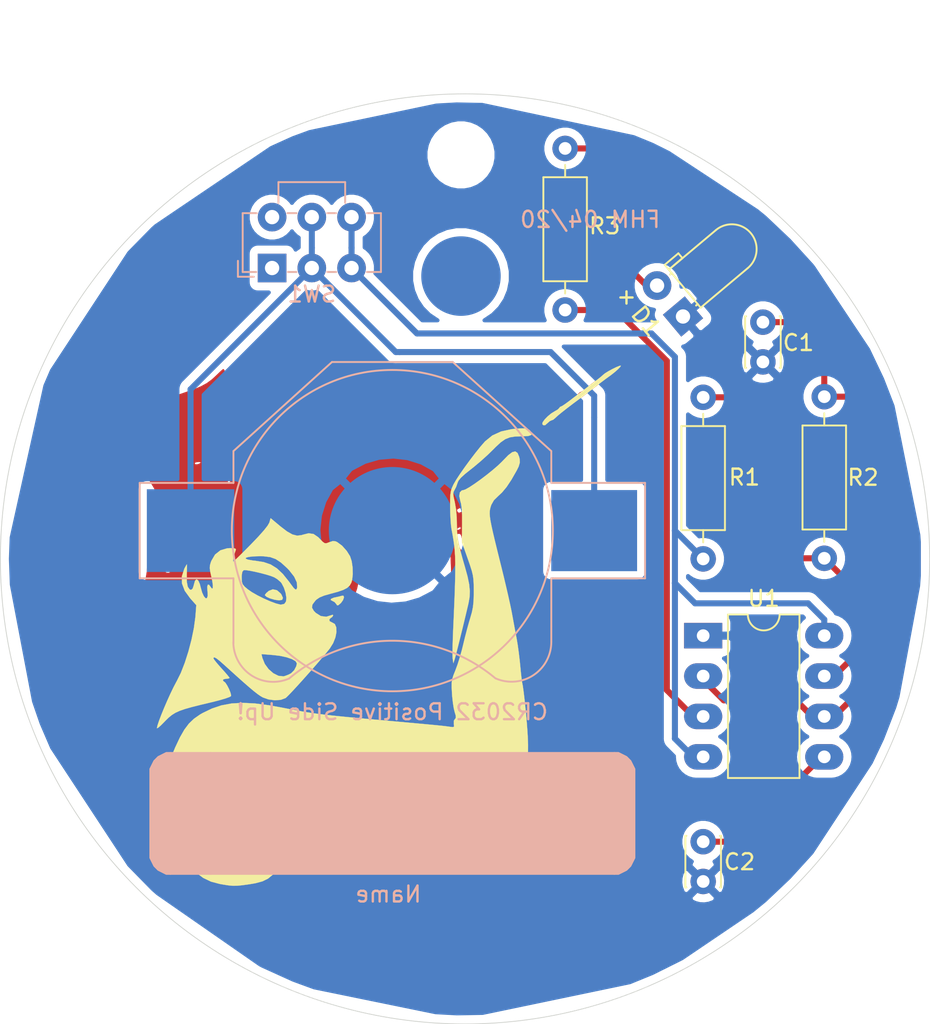
<source format=kicad_pcb>
(kicad_pcb (version 20171130) (host pcbnew "(5.1.5)-3")

  (general
    (thickness 1.6)
    (drawings 10)
    (tracks 68)
    (zones 0)
    (modules 13)
    (nets 11)
  )

  (page A4)
  (title_block
    (title "Rosie Learns to Solder")
    (date 2020-04-16)
    (rev "Version A2")
    (company FHM)
    (comment 1 "Increased lead spacing on resistors")
    (comment 2 "Changed switch footprint")
  )

  (layers
    (0 F.Cu signal)
    (31 B.Cu signal)
    (32 B.Adhes user)
    (33 F.Adhes user)
    (34 B.Paste user)
    (35 F.Paste user)
    (36 B.SilkS user)
    (37 F.SilkS user)
    (38 B.Mask user)
    (39 F.Mask user)
    (40 Dwgs.User user hide)
    (41 Cmts.User user)
    (42 Eco1.User user)
    (43 Eco2.User user)
    (44 Edge.Cuts user)
    (45 Margin user)
    (46 B.CrtYd user)
    (47 F.CrtYd user)
    (48 B.Fab user)
    (49 F.Fab user)
  )

  (setup
    (last_trace_width 0.25)
    (trace_clearance 0.2)
    (zone_clearance 0.508)
    (zone_45_only no)
    (trace_min 0.2)
    (via_size 0.8)
    (via_drill 0.4)
    (via_min_size 0.4)
    (via_min_drill 0.3)
    (uvia_size 0.3)
    (uvia_drill 0.1)
    (uvias_allowed no)
    (uvia_min_size 0.2)
    (uvia_min_drill 0.1)
    (edge_width 0.05)
    (segment_width 0.2)
    (pcb_text_width 0.3)
    (pcb_text_size 1.5 1.5)
    (mod_edge_width 0.12)
    (mod_text_size 1 1)
    (mod_text_width 0.15)
    (pad_size 1.524 1.524)
    (pad_drill 0.762)
    (pad_to_mask_clearance 0.051)
    (solder_mask_min_width 0.25)
    (aux_axis_origin 0 0)
    (visible_elements 7FFFFFFF)
    (pcbplotparams
      (layerselection 0x010fc_ffffffff)
      (usegerberextensions false)
      (usegerberattributes false)
      (usegerberadvancedattributes false)
      (creategerberjobfile false)
      (excludeedgelayer true)
      (linewidth 0.100000)
      (plotframeref false)
      (viasonmask false)
      (mode 1)
      (useauxorigin false)
      (hpglpennumber 1)
      (hpglpenspeed 20)
      (hpglpendiameter 15.000000)
      (psnegative false)
      (psa4output false)
      (plotreference true)
      (plotvalue true)
      (plotinvisibletext false)
      (padsonsilk false)
      (subtractmaskfromsilk false)
      (outputformat 1)
      (mirror false)
      (drillshape 0)
      (scaleselection 1)
      (outputdirectory "Gerbers/"))
  )

  (net 0 "")
  (net 1 GND)
  (net 2 "Net-(C1-Pad1)")
  (net 3 "Net-(C2-Pad1)")
  (net 4 "Net-(D1-Pad2)")
  (net 5 "Net-(R1-Pad2)")
  (net 6 "Net-(R3-Pad2)")
  (net 7 "Net-(BT1-Pad2)")
  (net 8 "Net-(SW1-Pad1)")
  (net 9 +BATT)
  (net 10 "Net-(SW1-Pad4)")

  (net_class Default "This is the default net class."
    (clearance 0.2)
    (trace_width 0.25)
    (via_dia 0.8)
    (via_drill 0.4)
    (uvia_dia 0.3)
    (uvia_drill 0.1)
    (add_net +BATT)
    (add_net GND)
    (add_net "Net-(BT1-Pad2)")
    (add_net "Net-(C1-Pad1)")
    (add_net "Net-(C2-Pad1)")
    (add_net "Net-(D1-Pad2)")
    (add_net "Net-(R1-Pad2)")
    (add_net "Net-(R3-Pad2)")
    (add_net "Net-(SW1-Pad1)")
    (add_net "Net-(SW1-Pad4)")
  )

  (module E_Grrrl:Name_Block (layer B.Cu) (tedit 5E8262A8) (tstamp 5E82AD19)
    (at 125.476 109.474)
    (fp_text reference REF** (at 0 -7.5) (layer B.SilkS) hide
      (effects (font (size 1 1) (thickness 0.15)) (justify mirror))
    )
    (fp_text value Name_Block (at 0 8) (layer B.Fab) hide
      (effects (font (size 1 1) (thickness 0.15)) (justify mirror))
    )
    (fp_poly (pts (xy -11.43 3.81) (xy -13.97 3.81) (xy -13.97 -3.81) (xy -11.43 -3.81)) (layer B.SilkS) (width 0.1))
    (fp_poly (pts (xy 13.97 3.81) (xy 14.224 3.81) (xy 14.732 3.556) (xy 14.986 3.302)
      (xy 15.24 2.794) (xy 15.24 -2.794) (xy 14.986 -3.302) (xy 14.732 -3.556)
      (xy 14.224 -3.81) (xy 13.97 -3.81)) (layer B.SilkS) (width 0.1))
    (fp_poly (pts (xy -14.986 3.302) (xy -15.24 2.794) (xy -15.24 -2.54) (xy -15.24 -2.794)
      (xy -14.986 -3.302) (xy -14.732 -3.556) (xy -14.224 -3.81) (xy -13.97 -3.81)
      (xy -13.97 3.81) (xy -14.224 3.81) (xy -14.732 3.556)) (layer B.SilkS) (width 0.1))
    (fp_poly (pts (xy -11.43 3.81) (xy 13.97 3.81) (xy 13.97 -3.81) (xy -11.43 -3.81)) (layer B.SilkS) (width 0.1))
    (fp_text user Name (at -0.254 5.08) (layer B.SilkS)
      (effects (font (size 1 1) (thickness 0.15)) (justify mirror))
    )
  )

  (module E_Grrrl:Keystone_3002_1x2032 (layer B.Cu) (tedit 5E823F5D) (tstamp 5E807C51)
    (at 125.476 91.694)
    (path /5E7F8E43)
    (fp_text reference BT1 (at 0 13.1) (layer B.SilkS) hide
      (effects (font (size 1 1) (thickness 0.15)) (justify mirror))
    )
    (fp_text value "CR2032 Coin_Cell" (at 0 15.1) (layer B.Fab)
      (effects (font (size 1 1) (thickness 0.15)) (justify mirror))
    )
    (fp_text user "CR2032 Positive Side Up!" (at 0 11.4) (layer B.SilkS)
      (effects (font (size 1 1) (thickness 0.15)) (justify mirror))
    )
    (fp_line (start -10 6) (end -10 7.1) (layer B.SilkS) (width 0.12))
    (fp_line (start 10 6) (end 10 7) (layer B.SilkS) (width 0.12))
    (fp_arc (start 0 17) (end -6.5 9.3) (angle 80.19983999) (layer B.SilkS) (width 0.12))
    (fp_arc (start 7.5 7) (end 10 7) (angle 113.4985657) (layer B.SilkS) (width 0.12))
    (fp_arc (start -7.5 7) (end -6.500001 9.299999) (angle 113.4985657) (layer B.SilkS) (width 0.12))
    (fp_line (start 10 3) (end 10 6) (layer B.SilkS) (width 0.12))
    (fp_line (start 10.1 3) (end 10 3) (layer B.SilkS) (width 0.12))
    (fp_line (start -10 3) (end -10 6) (layer B.SilkS) (width 0.12))
    (fp_line (start -15.9 3) (end -10 3) (layer B.SilkS) (width 0.12))
    (fp_line (start -15.9 -3) (end -15.9 3) (layer B.SilkS) (width 0.12))
    (fp_line (start -10 -3) (end -15.9 -3) (layer B.SilkS) (width 0.12))
    (fp_line (start -10 -3.1) (end -10 -3) (layer B.SilkS) (width 0.12))
    (fp_line (start 15.9 3) (end 10.1 3) (layer B.SilkS) (width 0.12))
    (fp_line (start 15.9 -3) (end 15.9 3) (layer B.SilkS) (width 0.12))
    (fp_line (start 10 -3) (end 15.9 -3) (layer B.SilkS) (width 0.12))
    (fp_line (start 10 -5) (end 10 -3) (layer B.SilkS) (width 0.12))
    (fp_line (start -10 -5) (end -10 -3) (layer B.SilkS) (width 0.12))
    (fp_line (start 3.8 -10.6) (end 10 -5) (layer B.SilkS) (width 0.12))
    (fp_line (start -3.8 -10.6) (end -10 -5) (layer B.SilkS) (width 0.12))
    (fp_line (start -3.8 -10.6) (end 3.8 -10.6) (layer B.SilkS) (width 0.12))
    (fp_circle (center 0 0) (end 10.1 -0.1) (layer B.SilkS) (width 0.12))
    (pad 3 smd rect (at 12.7 0) (size 5.4 5.1) (layers B.Cu B.Paste B.Mask)
      (net 7 "Net-(BT1-Pad2)"))
    (pad 2 smd rect (at -12.7 0) (size 5.5 5.2) (layers B.Cu B.Paste B.Mask)
      (net 7 "Net-(BT1-Pad2)"))
    (pad 1 smd circle (at 0 0) (size 8 8) (layers B.Cu B.Paste B.Mask)
      (net 1 GND))
  )

  (module E_Grrrl:E_Grrrl (layer F.Cu) (tedit 0) (tstamp 5E808000)
    (at 124.46 97.282)
    (fp_text reference G*** (at 0 0) (layer F.SilkS) hide
      (effects (font (size 1.524 1.524) (thickness 0.3)))
    )
    (fp_text value LOGO (at 0.75 0) (layer F.SilkS) hide
      (effects (font (size 1.524 1.524) (thickness 0.3)))
    )
    (fp_poly (pts (xy 8.89302 -10.469939) (xy 8.993861 -10.230369) (xy 9.027853 -10.084571) (xy 9.036786 -9.865851)
      (xy 8.964131 -9.618718) (xy 8.843278 -9.372974) (xy 8.506147 -8.783934) (xy 8.202962 -8.329633)
      (xy 7.914822 -7.983935) (xy 7.682797 -7.768299) (xy 7.406524 -7.497275) (xy 7.242617 -7.208943)
      (xy 7.195951 -7.06711) (xy 7.163209 -6.934707) (xy 7.143432 -6.798598) (xy 7.139761 -6.641373)
      (xy 7.155335 -6.445619) (xy 7.193296 -6.193926) (xy 7.256785 -5.868881) (xy 7.348941 -5.453075)
      (xy 7.472907 -4.929095) (xy 7.631823 -4.27953) (xy 7.82883 -3.486969) (xy 7.875409 -3.300437)
      (xy 8.028073 -2.678368) (xy 8.177365 -2.050036) (xy 8.314489 -1.45395) (xy 8.430653 -0.92862)
      (xy 8.517063 -0.512555) (xy 8.542406 -0.379437) (xy 8.628583 0.090093) (xy 8.720345 0.585058)
      (xy 8.803712 1.030237) (xy 8.84112 1.227667) (xy 8.90448 1.608074) (xy 8.970644 2.084738)
      (xy 9.030008 2.585037) (xy 9.0595 2.878667) (xy 9.098105 3.277167) (xy 9.135246 3.620445)
      (xy 9.166426 3.869227) (xy 9.185516 3.979333) (xy 9.223122 4.168597) (xy 9.269551 4.492915)
      (xy 9.321286 4.91846) (xy 9.374809 5.411403) (xy 9.426602 5.937915) (xy 9.473148 6.46417)
      (xy 9.510928 6.956338) (xy 9.533848 7.32891) (xy 9.554854 7.874335) (xy 9.552651 8.280498)
      (xy 9.526204 8.576009) (xy 9.481729 8.768243) (xy 9.331411 9.107809) (xy 9.106254 9.414376)
      (xy 8.792363 9.695862) (xy 8.375841 9.960185) (xy 7.842794 10.215261) (xy 7.179327 10.469008)
      (xy 6.371543 10.729343) (xy 5.699044 10.923566) (xy 4.832089 11.159164) (xy 4.094732 11.345929)
      (xy 3.456532 11.490355) (xy 2.887045 11.598935) (xy 2.35583 11.678164) (xy 1.947334 11.723874)
      (xy 1.643235 11.754258) (xy 1.226575 11.797195) (xy 0.753126 11.846882) (xy 0.296334 11.895615)
      (xy -0.248494 11.952709) (xy -0.857181 12.014014) (xy -1.445209 12.071128) (xy -1.820333 12.106024)
      (xy -2.323533 12.152044) (xy -2.865377 12.20241) (xy -3.367956 12.249845) (xy -3.640666 12.276047)
      (xy -4.114992 12.318785) (xy -4.658865 12.362769) (xy -5.17275 12.400052) (xy -5.291666 12.407827)
      (xy -5.701453 12.446045) (xy -6.145449 12.507491) (xy -6.586394 12.584651) (xy -6.987031 12.670014)
      (xy -7.310101 12.756068) (xy -7.518345 12.8353) (xy -7.563877 12.865951) (xy -7.601206 12.937718)
      (xy -7.519154 12.973214) (xy -7.304567 12.973022) (xy -6.944291 12.937727) (xy -6.688666 12.904837)
      (xy -6.212556 12.839212) (xy -5.880707 12.799952) (xy -5.668796 12.797485) (xy -5.552503 12.842241)
      (xy -5.507506 12.944647) (xy -5.509484 13.115132) (xy -5.534115 13.364123) (xy -5.537322 13.3985)
      (xy -5.628485 14.13306) (xy -5.760169 14.731723) (xy -5.941574 15.225004) (xy -6.181897 15.643415)
      (xy -6.237061 15.719754) (xy -6.51957 16.05427) (xy -6.813393 16.294573) (xy -7.161043 16.463055)
      (xy -7.605032 16.582104) (xy -8.001 16.648746) (xy -8.430602 16.70747) (xy -8.751873 16.738738)
      (xy -9.023698 16.741802) (xy -9.304959 16.715911) (xy -9.654539 16.660317) (xy -9.850918 16.625212)
      (xy -10.395456 16.481717) (xy -10.884007 16.248569) (xy -11.347038 15.905255) (xy -11.815017 15.431262)
      (xy -12.062576 15.136122) (xy -12.633863 14.329535) (xy -13.047732 13.516576) (xy -13.211383 12.996333)
      (xy -7.789333 12.996333) (xy -7.747 13.038667) (xy -7.704666 12.996333) (xy -7.747 12.954)
      (xy -7.789333 12.996333) (xy -13.211383 12.996333) (xy -13.314583 12.668266) (xy -13.444814 11.755623)
      (xy -13.462 11.23633) (xy -13.436279 10.647148) (xy -13.352654 10.072741) (xy -13.201428 9.475076)
      (xy -12.972905 8.81612) (xy -12.65739 8.057843) (xy -12.643898 8.027335) (xy -12.351577 7.409168)
      (xy -12.074737 6.925427) (xy -11.789225 6.545908) (xy -11.470888 6.240409) (xy -11.095575 5.978724)
      (xy -10.928241 5.881853) (xy -10.343267 5.598954) (xy -9.74461 5.398794) (xy -9.108421 5.279771)
      (xy -8.410847 5.240284) (xy -7.62804 5.278731) (xy -6.736147 5.393511) (xy -5.902196 5.544356)
      (xy -5.450921 5.633525) (xy -5.04685 5.710956) (xy -4.670991 5.778981) (xy -4.304349 5.839929)
      (xy -3.92793 5.896132) (xy -3.522741 5.949922) (xy -3.069787 6.003629) (xy -2.550074 6.059585)
      (xy -1.94461 6.12012) (xy -1.234399 6.187565) (xy -0.400447 6.264252) (xy 0.576238 6.352512)
      (xy 0.973667 6.388216) (xy 1.826592 6.464953) (xy 2.527922 6.528524) (xy 3.094744 6.580586)
      (xy 3.544145 6.622795) (xy 3.893213 6.65681) (xy 4.159036 6.684287) (xy 4.358701 6.706883)
      (xy 4.509296 6.726256) (xy 4.604702 6.740354) (xy 4.814192 6.766478) (xy 4.897197 6.739343)
      (xy 4.893886 6.63572) (xy 4.880687 6.580745) (xy 4.882365 6.363626) (xy 4.94334 6.27335)
      (xy 5.008456 6.186186) (xy 5.005794 6.052157) (xy 4.938129 5.826371) (xy 4.879058 5.583747)
      (xy 4.82348 5.23208) (xy 4.780168 4.831576) (xy 4.767109 4.652953) (xy 4.746912 4.261664)
      (xy 4.748814 3.980742) (xy 4.781389 3.751758) (xy 4.853213 3.516286) (xy 4.972863 3.215899)
      (xy 4.98086 3.196675) (xy 5.112885 2.839149) (xy 5.257021 2.384084) (xy 5.392423 1.900038)
      (xy 5.466661 1.59893) (xy 5.582578 1.120024) (xy 5.714868 0.611501) (xy 5.843769 0.147844)
      (xy 5.913393 -0.084667) (xy 6.01966 -0.454937) (xy 6.086841 -0.78388) (xy 6.123103 -1.133216)
      (xy 6.136612 -1.564665) (xy 6.137472 -1.778) (xy 6.134312 -2.186259) (xy 6.119226 -2.500686)
      (xy 6.082775 -2.772517) (xy 6.01552 -3.052988) (xy 5.908022 -3.393335) (xy 5.763131 -3.81)
      (xy 5.389498 -4.868333) (xy 5.40413 -5.979387) (xy 5.403201 -6.545266) (xy 5.382041 -6.969929)
      (xy 5.338591 -7.280513) (xy 5.292794 -7.447471) (xy 5.225996 -7.756603) (xy 5.259161 -7.988474)
      (xy 5.384808 -8.113977) (xy 5.467724 -8.128) (xy 5.619238 -8.18023) (xy 5.87047 -8.323117)
      (xy 6.19358 -8.535955) (xy 6.560722 -8.798037) (xy 6.944055 -9.088657) (xy 7.315736 -9.38711)
      (xy 7.647922 -9.672689) (xy 7.912769 -9.924689) (xy 7.980197 -9.996455) (xy 8.307938 -10.331534)
      (xy 8.561617 -10.521493) (xy 8.752791 -10.567304) (xy 8.89302 -10.469939)) (layer F.SilkS) (width 0.01))
    (fp_poly (pts (xy -6.028256 -5.856139) (xy -5.614941 -5.539005) (xy -5.274988 -5.347854) (xy -4.981198 -5.272427)
      (xy -4.706373 -5.302466) (xy -4.629107 -5.328383) (xy -4.253179 -5.421866) (xy -3.941447 -5.374407)
      (xy -3.650697 -5.175974) (xy -3.555081 -5.079005) (xy -3.370335 -4.886181) (xy -3.245253 -4.798564)
      (xy -3.125429 -4.796216) (xy -2.956457 -4.859198) (xy -2.955915 -4.859426) (xy -2.732819 -4.931941)
      (xy -2.562567 -4.915401) (xy -2.456994 -4.86798) (xy -2.150702 -4.642218) (xy -1.855629 -4.311687)
      (xy -1.647126 -3.979333) (xy -1.544233 -3.66791) (xy -1.485811 -3.268752) (xy -1.475193 -2.850535)
      (xy -1.515717 -2.481929) (xy -1.566178 -2.312646) (xy -1.669784 -2.132968) (xy -1.828434 -1.98762)
      (xy -2.070755 -1.861413) (xy -2.425377 -1.739158) (xy -2.878666 -1.616297) (xy -3.280932 -1.502289)
      (xy -3.558198 -1.389257) (xy -3.753539 -1.257543) (xy -3.831166 -1.181568) (xy -4.010719 -0.943816)
      (xy -4.044027 -0.747335) (xy -3.929275 -0.54589) (xy -3.801046 -0.414969) (xy -3.485388 -0.216316)
      (xy -3.147268 -0.172103) (xy -2.8731 -0.256979) (xy -2.739254 -0.301391) (xy -2.709333 -0.254322)
      (xy -2.777061 -0.148535) (xy -2.836333 -0.115285) (xy -2.952383 -0.013138) (xy -2.93126 0.107176)
      (xy -2.784922 0.183617) (xy -2.778533 0.184611) (xy -2.603893 0.283736) (xy -2.512881 0.495781)
      (xy -2.502299 0.788287) (xy -2.568948 1.128795) (xy -2.70963 1.484847) (xy -2.921147 1.823983)
      (xy -2.942796 1.851624) (xy -3.19149 2.155328) (xy -3.499158 2.518878) (xy -3.846144 2.920315)
      (xy -4.212788 3.337681) (xy -4.579432 3.749015) (xy -4.926419 4.132361) (xy -5.234089 4.465758)
      (xy -5.482784 4.727248) (xy -5.652847 4.894873) (xy -5.708427 4.940908) (xy -6.003565 5.050866)
      (xy -6.383789 5.077783) (xy -6.787649 5.023476) (xy -7.136539 4.898662) (xy -7.284516 4.813252)
      (xy -7.465492 4.68758) (xy -7.693974 4.509456) (xy -7.984464 4.26669) (xy -8.351467 3.94709)
      (xy -8.809487 3.538466) (xy -9.373029 3.028626) (xy -9.51414 2.900274) (xy -9.835386 2.616111)
      (xy -10.053724 2.444894) (xy -10.183657 2.377547) (xy -10.239684 2.404995) (xy -10.244666 2.443088)
      (xy -10.190942 2.534038) (xy -10.047309 2.715672) (xy -9.840081 2.955525) (xy -9.736666 3.069903)
      (xy -9.510463 3.322082) (xy -9.336088 3.526605) (xy -9.239666 3.652362) (xy -9.228666 3.674814)
      (xy -9.301291 3.712826) (xy -9.440333 3.725333) (xy -9.599448 3.754316) (xy -9.652 3.81)
      (xy -9.603235 3.892416) (xy -9.5885 3.894753) (xy -9.497196 3.966201) (xy -9.379384 4.144084)
      (xy -9.261493 4.373992) (xy -9.169952 4.601514) (xy -9.131191 4.772239) (xy -9.139607 4.818892)
      (xy -9.24364 4.878064) (xy -9.481397 4.962985) (xy -9.821066 5.063733) (xy -10.230838 5.170383)
      (xy -10.383296 5.206885) (xy -11.068366 5.369426) (xy -11.612067 5.506247) (xy -12.038511 5.627539)
      (xy -12.371811 5.743491) (xy -12.636079 5.864294) (xy -12.855428 6.000138) (xy -13.05397 6.161215)
      (xy -13.255818 6.357713) (xy -13.35732 6.463757) (xy -13.565373 6.671739) (xy -13.721062 6.804515)
      (xy -13.797231 6.839616) (xy -13.800666 6.83057) (xy -13.765801 6.662782) (xy -13.67028 6.375032)
      (xy -13.527716 5.999534) (xy -13.351724 5.568502) (xy -13.155917 5.114152) (xy -12.953907 4.668698)
      (xy -12.759309 4.264355) (xy -12.585736 3.933337) (xy -12.549359 3.869483) (xy -12.295557 3.358342)
      (xy -12.048 2.723769) (xy -11.872532 2.176042) (xy -7.221371 2.176042) (xy -7.161532 2.421521)
      (xy -7.011552 2.792842) (xy -6.771124 3.121358) (xy -6.47403 3.379527) (xy -6.154052 3.539808)
      (xy -5.844973 3.57466) (xy -5.76668 3.558681) (xy -5.521659 3.466308) (xy -5.355401 3.380383)
      (xy -5.162004 3.187798) (xy -5.027046 2.926849) (xy -4.995333 2.755235) (xy -5.075055 2.622708)
      (xy -5.2947 2.493907) (xy -5.624987 2.379164) (xy -6.036633 2.288808) (xy -6.468186 2.23561)
      (xy -7.221371 2.176042) (xy -11.872532 2.176042) (xy -11.819826 2.011522) (xy -11.624175 1.267363)
      (xy -11.474187 0.537051) (xy -11.383 -0.133654) (xy -11.3759 -0.217289) (xy -11.322742 -0.900244)
      (xy -11.711446 -1.337905) (xy -12.049169 -1.803385) (xy -12.221153 -2.259155) (xy -12.229579 -2.717357)
      (xy -12.076626 -3.190131) (xy -12.052628 -3.2385) (xy -11.963806 -3.400821) (xy -11.913622 -3.471247)
      (xy -11.913014 -3.471333) (xy -11.906998 -3.393748) (xy -11.910034 -3.188752) (xy -11.921397 -2.897984)
      (xy -11.923901 -2.847048) (xy -11.921136 -2.380115) (xy -11.859549 -2.059064) (xy -11.74071 -1.889457)
      (xy -11.64613 -1.862667) (xy -11.553831 -1.940942) (xy -11.481997 -2.150207) (xy -11.472333 -2.201333)
      (xy -11.401097 -2.443931) (xy -11.306261 -2.527002) (xy -11.2018 -2.45613) (xy -11.101689 -2.2369)
      (xy -11.048579 -2.032) (xy -10.954779 -1.695495) (xy -10.846517 -1.461305) (xy -10.741024 -1.339183)
      (xy -10.655527 -1.338885) (xy -10.607258 -1.470167) (xy -10.613446 -1.742782) (xy -10.619114 -1.788849)
      (xy -10.634054 -2.056716) (xy -10.597104 -2.191452) (xy -10.517102 -2.181017) (xy -10.424557 -2.053872)
      (xy -10.335015 -1.938343) (xy -10.285736 -1.970163) (xy -10.278296 -2.131828) (xy -10.314271 -2.405834)
      (xy -10.36183 -2.632992) (xy -8.466666 -2.632992) (xy -8.456565 -2.38524) (xy -8.404289 -2.21688)
      (xy -8.276876 -2.064396) (xy -8.08719 -1.901718) (xy -7.823937 -1.718681) (xy -7.472325 -1.518181)
      (xy -7.075854 -1.320233) (xy -6.678022 -1.144853) (xy -6.322329 -1.012058) (xy -6.052272 -0.941862)
      (xy -5.988071 -0.93582) (xy -5.783013 -0.981671) (xy -5.676719 -1.132342) (xy -5.653622 -1.365668)
      (xy -5.703733 -1.67701) (xy -5.809107 -2.001678) (xy -5.951801 -2.274979) (xy -6.016253 -2.356442)
      (xy -6.225932 -2.534642) (xy -6.415955 -2.652216) (xy -6.625897 -2.734441) (xy -6.929883 -2.827393)
      (xy -7.28463 -2.920967) (xy -7.646855 -3.005059) (xy -7.973274 -3.069565) (xy -8.220604 -3.104381)
      (xy -8.34091 -3.101572) (xy -8.426618 -2.997357) (xy -8.463985 -2.75675) (xy -8.466666 -2.632992)
      (xy -10.36183 -2.632992) (xy -10.369248 -2.668421) (xy -10.443322 -2.9999) (xy -10.475446 -3.224177)
      (xy -10.465901 -3.398034) (xy -10.414968 -3.578253) (xy -10.374291 -3.68791) (xy -10.142193 -4.083827)
      (xy -9.804663 -4.350148) (xy -9.375625 -4.477395) (xy -9.199954 -4.487333) (xy -8.955731 -4.479805)
      (xy -8.845762 -4.447449) (xy -8.835274 -4.375612) (xy -8.848366 -4.339167) (xy -8.919301 -4.132327)
      (xy -8.975963 -3.908921) (xy -9.006338 -3.726232) (xy -8.998411 -3.641542) (xy -8.994873 -3.640667)
      (xy -8.923517 -3.698179) (xy -8.790837 -3.823037) (xy -8.215506 -3.823037) (xy -8.07412 -3.764159)
      (xy -7.773695 -3.7113) (xy -7.606969 -3.693356) (xy -7.085399 -3.611957) (xy -6.64389 -3.460112)
      (xy -6.250488 -3.216795) (xy -5.873241 -2.860979) (xy -5.480197 -2.371638) (xy -5.374548 -2.224308)
      (xy -5.194755 -1.985264) (xy -5.080234 -1.882585) (xy -5.011697 -1.905928) (xy -4.976497 -2.010833)
      (xy -4.993815 -2.32809) (xy -5.164078 -2.694581) (xy -5.481792 -3.099786) (xy -5.619428 -3.241557)
      (xy -5.992383 -3.579369) (xy -6.324595 -3.798827) (xy -6.66885 -3.922735) (xy -7.077934 -3.973901)
      (xy -7.327082 -3.979333) (xy -7.753641 -3.96608) (xy -8.048446 -3.930967) (xy -8.204674 -3.880962)
      (xy -8.215506 -3.823037) (xy -8.790837 -3.823037) (xy -8.753741 -3.857946) (xy -8.505165 -4.100814)
      (xy -8.197411 -4.40763) (xy -7.875252 -4.733608) (xy -7.416515 -5.213027) (xy -7.06833 -5.603487)
      (xy -6.836546 -5.898052) (xy -6.72701 -6.089784) (xy -6.72403 -6.099323) (xy -6.645799 -6.372097)
      (xy -6.028256 -5.856139)) (layer F.SilkS) (width 0.01))
    (fp_poly (pts (xy 9.413818 -12.01067) (xy 9.552102 -11.974294) (xy 9.651409 -11.900666) (xy 9.681461 -11.868746)
      (xy 9.786525 -11.706711) (xy 9.752425 -11.598536) (xy 9.570473 -11.537852) (xy 9.231981 -11.518295)
      (xy 9.203165 -11.518299) (xy 8.758027 -11.506231) (xy 8.412928 -11.453085) (xy 8.120996 -11.337808)
      (xy 7.835363 -11.139344) (xy 7.509156 -10.836638) (xy 7.369267 -10.694491) (xy 7.009645 -10.344808)
      (xy 6.580494 -9.958358) (xy 6.150596 -9.596066) (xy 5.953358 -9.440333) (xy 5.574962 -9.138676)
      (xy 5.321701 -8.906122) (xy 5.174378 -8.723224) (xy 5.118729 -8.594909) (xy 5.029426 -8.338473)
      (xy 4.930912 -8.148505) (xy 4.867404 -8.027053) (xy 4.84813 -7.890239) (xy 4.873908 -7.688579)
      (xy 4.943576 -7.38072) (xy 5.021148 -6.938501) (xy 5.06635 -6.419625) (xy 5.073843 -6.049124)
      (xy 5.079908 -5.648042) (xy 5.112845 -5.258548) (xy 5.179372 -4.844278) (xy 5.286207 -4.368868)
      (xy 5.440068 -3.795956) (xy 5.57714 -3.324867) (xy 5.746539 -2.709033) (xy 5.849615 -2.20758)
      (xy 5.890299 -1.780813) (xy 5.87252 -1.389041) (xy 5.805729 -1.016) (xy 5.68578 -0.506373)
      (xy 5.554918 0.040355) (xy 5.420167 0.595795) (xy 5.288551 1.131561) (xy 5.167096 1.619264)
      (xy 5.062826 2.030518) (xy 4.982765 2.336934) (xy 4.933939 2.510125) (xy 4.930743 2.519925)
      (xy 4.852769 2.751667) (xy 4.812212 2.479884) (xy 4.80268 2.307614) (xy 4.8016 1.999909)
      (xy 4.808459 1.590431) (xy 4.822744 1.112842) (xy 4.839285 0.701884) (xy 4.884922 -0.329478)
      (xy 4.921699 -1.209806) (xy 4.94932 -1.957182) (xy 4.967492 -2.589688) (xy 4.975923 -3.125408)
      (xy 4.974318 -3.582423) (xy 4.962383 -3.978816) (xy 4.939826 -4.332669) (xy 4.906352 -4.662064)
      (xy 4.861669 -4.985085) (xy 4.805481 -5.319812) (xy 4.737497 -5.68433) (xy 4.735427 -5.695108)
      (xy 4.702933 -5.947512) (xy 4.675628 -6.314858) (xy 4.65686 -6.742766) (xy 4.650348 -7.077177)
      (xy 4.650113 -7.511101) (xy 4.661857 -7.820018) (xy 4.692404 -8.048177) (xy 4.74858 -8.239824)
      (xy 4.837208 -8.439207) (xy 4.870802 -8.506467) (xy 5.031966 -8.784501) (xy 5.276046 -9.156212)
      (xy 5.576765 -9.585853) (xy 5.907844 -10.03768) (xy 6.243007 -10.475946) (xy 6.555975 -10.864905)
      (xy 6.820469 -11.168811) (xy 6.854933 -11.205476) (xy 7.305997 -11.570936) (xy 7.860689 -11.823501)
      (xy 8.532801 -11.96866) (xy 8.847667 -11.998545) (xy 9.193395 -12.016514) (xy 9.413818 -12.01067)) (layer F.SilkS) (width 0.01))
    (fp_poly (pts (xy -2.051424 -1.487564) (xy -2.032652 -1.380868) (xy -2.088474 -1.219847) (xy -2.210696 -1.048741)
      (xy -2.241457 -1.018076) (xy -2.387607 -0.895588) (xy -2.463997 -0.888866) (xy -2.503279 -0.957761)
      (xy -2.622782 -1.096895) (xy -2.717155 -1.145483) (xy -2.860366 -1.222419) (xy -2.841149 -1.302005)
      (xy -2.665849 -1.373113) (xy -2.576321 -1.392542) (xy -2.339397 -1.443298) (xy -2.164434 -1.491514)
      (xy -2.152987 -1.49569) (xy -2.051424 -1.487564)) (layer F.SilkS) (width 0.01))
    (fp_poly (pts (xy 15.395662 -15.959227) (xy 15.361586 -15.885524) (xy 15.224147 -15.741822) (xy 15.016622 -15.55814)
      (xy 14.772286 -15.364501) (xy 14.598482 -15.24) (xy 14.451123 -15.133591) (xy 14.210595 -14.953444)
      (xy 13.917262 -14.72995) (xy 13.755073 -14.605) (xy 13.443011 -14.364577) (xy 13.155778 -14.144966)
      (xy 12.936994 -13.979449) (xy 12.867299 -13.927667) (xy 12.415316 -13.592246) (xy 12.007841 -13.282009)
      (xy 11.667533 -13.014785) (xy 11.417046 -12.808402) (xy 11.279039 -12.680688) (xy 11.271467 -12.671928)
      (xy 11.13323 -12.556897) (xy 11.051755 -12.530667) (xy 10.921891 -12.472983) (xy 10.795 -12.361333)
      (xy 10.628976 -12.215923) (xy 10.511197 -12.215913) (xy 10.451812 -12.283983) (xy 10.471231 -12.397862)
      (xy 10.594573 -12.572126) (xy 10.786699 -12.770542) (xy 11.012471 -12.956875) (xy 11.236748 -13.094893)
      (xy 11.2395 -13.096209) (xy 11.421114 -13.201506) (xy 11.512193 -13.291091) (xy 11.514667 -13.302314)
      (xy 11.579251 -13.375343) (xy 11.598388 -13.377333) (xy 11.701071 -13.426173) (xy 11.896905 -13.555446)
      (xy 12.147231 -13.739282) (xy 12.199379 -13.7795) (xy 12.466693 -13.984505) (xy 12.695961 -14.155292)
      (xy 12.842861 -14.258929) (xy 12.854541 -14.266333) (xy 13.019729 -14.386371) (xy 13.07905 -14.440274)
      (xy 13.186882 -14.53186) (xy 13.390169 -14.689862) (xy 13.646952 -14.881747) (xy 13.673667 -14.901333)
      (xy 13.934832 -15.097697) (xy 14.147392 -15.267027) (xy 14.268654 -15.375206) (xy 14.273645 -15.380794)
      (xy 14.396665 -15.47948) (xy 14.606211 -15.608794) (xy 14.856512 -15.74514) (xy 15.101798 -15.864921)
      (xy 15.296299 -15.944541) (xy 15.394244 -15.960405) (xy 15.395662 -15.959227)) (layer F.SilkS) (width 0.01))
    (fp_poly (pts (xy -6.247053 -1.840068) (xy -6.01119 -1.637021) (xy -5.96613 -1.573836) (xy -5.870116 -1.361252)
      (xy -5.918394 -1.237112) (xy -6.110756 -1.201575) (xy -6.392333 -1.242237) (xy -6.680855 -1.325468)
      (xy -6.897197 -1.42478) (xy -7.001858 -1.520192) (xy -7.004019 -1.551609) (xy -6.919901 -1.661996)
      (xy -6.763359 -1.798205) (xy -6.508665 -1.89686) (xy -6.247053 -1.840068)) (layer F.SilkS) (width 0.01))
    (fp_poly (pts (xy -13.169318 -3.526784) (xy -13.075267 -3.425333) (xy -13.040373 -3.26353) (xy -13.066677 -3.113658)
      (xy -13.155796 -3.048) (xy -13.254835 -3.121058) (xy -13.317653 -3.280833) (xy -13.34161 -3.483419)
      (xy -13.294877 -3.55443) (xy -13.169318 -3.526784)) (layer F.Mask) (width 0.01))
    (fp_poly (pts (xy -12.556265 -5.958188) (xy -12.323963 -5.82556) (xy -12.156759 -5.653662) (xy -12.107333 -5.513371)
      (xy -12.181347 -5.276699) (xy -12.372258 -5.108341) (xy -12.63337 -5.032894) (xy -12.917989 -5.074953)
      (xy -12.9303 -5.079878) (xy -13.11184 -5.227504) (xy -13.192096 -5.44349) (xy -13.178223 -5.67749)
      (xy -13.077378 -5.879153) (xy -12.896719 -5.99813) (xy -12.7979 -6.011333) (xy -12.556265 -5.958188)) (layer F.Mask) (width 0.01))
    (fp_poly (pts (xy -12.610394 -7.529252) (xy -12.588193 -7.514167) (xy -12.426449 -7.307) (xy -12.414872 -7.056222)
      (xy -12.553369 -6.796299) (xy -12.590237 -6.755342) (xy -12.831865 -6.565143) (xy -13.039957 -6.538727)
      (xy -13.221875 -6.675556) (xy -13.245532 -6.707506) (xy -13.345411 -6.942779) (xy -13.373017 -7.213131)
      (xy -13.325572 -7.443956) (xy -13.275733 -7.5184) (xy -13.088775 -7.604261) (xy -12.838793 -7.607705)
      (xy -12.610394 -7.529252)) (layer F.Mask) (width 0.01))
    (fp_poly (pts (xy -10.993624 -7.862429) (xy -10.900833 -7.774156) (xy -10.762845 -7.512826) (xy -10.774166 -7.264214)
      (xy -10.916569 -7.065628) (xy -11.171824 -6.954376) (xy -11.307096 -6.942667) (xy -11.556137 -6.986651)
      (xy -11.726497 -7.143157) (xy -11.738418 -7.160895) (xy -11.840969 -7.431215) (xy -11.786835 -7.661438)
      (xy -11.587958 -7.826914) (xy -11.38604 -7.888198) (xy -11.145308 -7.911508) (xy -10.993624 -7.862429)) (layer F.Mask) (width 0.01))
    (fp_poly (pts (xy -9.82305 -9.078784) (xy -9.613796 -8.985714) (xy -9.425411 -8.858601) (xy -9.319701 -8.733723)
      (xy -9.313333 -8.703551) (xy -9.37656 -8.592073) (xy -9.531198 -8.435415) (xy -9.72468 -8.277531)
      (xy -9.904439 -8.162373) (xy -9.998711 -8.130482) (xy -10.157333 -8.187135) (xy -10.273878 -8.282834)
      (xy -10.409064 -8.533839) (xy -10.395268 -8.783336) (xy -10.24753 -8.987741) (xy -9.991368 -9.101532)
      (xy -9.82305 -9.078784)) (layer F.Mask) (width 0.01))
    (fp_poly (pts (xy -11.684009 -9.34014) (xy -11.616267 -9.2964) (xy -11.52264 -9.096612) (xy -11.528627 -8.836217)
      (xy -11.62612 -8.585259) (xy -11.710623 -8.481425) (xy -11.945428 -8.324041) (xy -12.146283 -8.330772)
      (xy -12.32215 -8.501927) (xy -12.322526 -8.502499) (xy -12.425062 -8.740719) (xy -12.460769 -9.000782)
      (xy -12.427276 -9.21963) (xy -12.35328 -9.320102) (xy -12.151902 -9.383923) (xy -11.900523 -9.389692)
      (xy -11.684009 -9.34014)) (layer F.Mask) (width 0.01))
    (fp_poly (pts (xy -10.964662 -10.669582) (xy -10.888576 -10.560976) (xy -10.830507 -10.341283) (xy -10.902183 -10.13438)
      (xy -11.065182 -9.97292) (xy -11.281085 -9.889556) (xy -11.511471 -9.91694) (xy -11.593265 -9.96208)
      (xy -11.727272 -10.088384) (xy -11.746375 -10.226209) (xy -11.645566 -10.412723) (xy -11.509713 -10.581947)
      (xy -11.303615 -10.771748) (xy -11.130048 -10.801234) (xy -10.964662 -10.669582)) (layer F.Mask) (width 0.01))
    (fp_poly (pts (xy -9.499118 -10.797605) (xy -9.282418 -10.661855) (xy -9.115229 -10.450435) (xy -9.05701 -10.201095)
      (xy -9.118008 -9.976174) (xy -9.160933 -9.922933) (xy -9.319913 -9.847177) (xy -9.551806 -9.81942)
      (xy -9.790776 -9.837196) (xy -9.970988 -9.89804) (xy -10.023941 -9.955258) (xy -10.075227 -10.24378)
      (xy -10.029996 -10.522112) (xy -9.9205 -10.697211) (xy -9.713525 -10.820439) (xy -9.499118 -10.797605)) (layer F.Mask) (width 0.01))
    (fp_poly (pts (xy -7.47581 -10.556947) (xy -7.373443 -10.474593) (xy -7.425814 -10.331481) (xy -7.632427 -10.122819)
      (xy -7.681624 -10.081498) (xy -7.952041 -9.894396) (xy -8.154969 -9.826978) (xy -8.273518 -9.881844)
      (xy -8.297333 -9.986683) (xy -8.262433 -10.189413) (xy -8.199076 -10.367683) (xy -8.108226 -10.506997)
      (xy -7.965945 -10.569578) (xy -7.73341 -10.583333) (xy -7.47581 -10.556947)) (layer F.Mask) (width 0.01))
    (fp_poly (pts (xy -5.997896 -11.262091) (xy -5.926666 -11.168663) (xy -5.994201 -11.081634) (xy -6.157882 -10.977184)
      (xy -6.359325 -10.882484) (xy -6.540149 -10.824708) (xy -6.641968 -10.83103) (xy -6.644594 -10.834519)
      (xy -6.642445 -10.968407) (xy -6.548826 -11.137233) (xy -6.407165 -11.273584) (xy -6.34097 -11.305866)
      (xy -6.16152 -11.316379) (xy -5.997896 -11.262091)) (layer F.Mask) (width 0.01))
    (fp_poly (pts (xy -1.316468 -11.732659) (xy -1.152639 -11.61253) (xy -1.100666 -11.442225) (xy -1.151696 -11.291169)
      (xy -1.276315 -11.093128) (xy -1.431823 -10.903059) (xy -1.575516 -10.775919) (xy -1.63647 -10.752667)
      (xy -1.776994 -10.797371) (xy -1.949661 -10.895926) (xy -2.183738 -11.078258) (xy -2.270668 -11.227049)
      (xy -2.216559 -11.380778) (xy -2.054032 -11.553574) (xy -1.810481 -11.70824) (xy -1.550188 -11.766249)
      (xy -1.316468 -11.732659)) (layer F.Mask) (width 0.01))
    (fp_poly (pts (xy 2.247355 -11.831749) (xy 2.312886 -11.744818) (xy 2.273247 -11.559271) (xy 2.228607 -11.444261)
      (xy 2.112596 -11.186968) (xy 2.024144 -11.079147) (xy 1.938492 -11.109225) (xy 1.834259 -11.259892)
      (xy 1.74768 -11.512777) (xy 1.790644 -11.717722) (xy 1.948702 -11.837274) (xy 2.063201 -11.853333)
      (xy 2.247355 -11.831749)) (layer F.Mask) (width 0.01))
    (fp_poly (pts (xy 0.675551 -12.23684) (xy 0.706545 -12.2065) (xy 0.829563 -11.969538) (xy 0.829574 -11.710994)
      (xy 0.729596 -11.472262) (xy 0.55265 -11.294734) (xy 0.321757 -11.219803) (xy 0.169334 -11.240545)
      (xy -0.0228 -11.379517) (xy -0.140643 -11.61583) (xy -0.171632 -11.889147) (xy -0.103209 -12.13913)
      (xy -0.036286 -12.228286) (xy 0.182678 -12.34148) (xy 0.446795 -12.343545) (xy 0.675551 -12.23684)) (layer F.Mask) (width 0.01))
    (fp_poly (pts (xy -8.642446 -12.289874) (xy -8.650342 -12.114848) (xy -8.686299 -11.89529) (xy -8.740704 -11.690229)
      (xy -8.802681 -11.560196) (xy -8.997866 -11.445418) (xy -9.252249 -11.458872) (xy -9.463828 -11.561801)
      (xy -9.604137 -11.695152) (xy -9.652 -11.798164) (xy -9.58355 -11.874913) (xy -9.410791 -11.995704)
      (xy -9.182614 -12.132436) (xy -8.947905 -12.257008) (xy -8.755554 -12.341319) (xy -8.672224 -12.361333)
      (xy -8.642446 -12.289874)) (layer F.Mask) (width 0.01))
    (fp_poly (pts (xy -4.582909 -12.461054) (xy -4.400102 -12.292195) (xy -4.267478 -12.084056) (xy -4.233333 -11.942764)
      (xy -4.30503 -11.719974) (xy -4.484605 -11.554463) (xy -4.718783 -11.468268) (xy -4.954291 -11.48343)
      (xy -5.106308 -11.581626) (xy -5.232287 -11.82179) (xy -5.237201 -12.084839) (xy -5.138631 -12.322313)
      (xy -4.95416 -12.485752) (xy -4.761978 -12.530667) (xy -4.582909 -12.461054)) (layer F.Mask) (width 0.01))
    (fp_poly (pts (xy -2.870921 -12.430963) (xy -2.710269 -12.359644) (xy -2.676058 -12.312075) (xy -2.627775 -12.035092)
      (xy -2.730351 -11.828944) (xy -2.875074 -11.728191) (xy -3.055872 -11.649018) (xy -3.171266 -11.665751)
      (xy -3.288958 -11.774173) (xy -3.398088 -11.986726) (xy -3.388473 -12.213642) (xy -3.267093 -12.381204)
      (xy -3.082458 -12.441183) (xy -2.870921 -12.430963)) (layer F.Mask) (width 0.01))
    (fp_poly (pts (xy -6.761853 -12.722559) (xy -6.573418 -12.595392) (xy -6.473395 -12.412012) (xy -6.482683 -12.251169)
      (xy -6.642067 -11.952198) (xy -6.893336 -11.794376) (xy -7.084884 -11.768667) (xy -7.301132 -11.797886)
      (xy -7.419373 -11.911148) (xy -7.452762 -11.985845) (xy -7.52529 -12.235402) (xy -7.503922 -12.421723)
      (xy -7.403532 -12.596495) (xy -7.22232 -12.74014) (xy -6.99329 -12.776485) (xy -6.761853 -12.722559)) (layer F.Mask) (width 0.01))
    (fp_poly (pts (xy -0.754634 -12.864092) (xy -0.631494 -12.749244) (xy -0.634989 -12.55768) (xy -0.712309 -12.403013)
      (xy -0.896691 -12.250629) (xy -1.147882 -12.186372) (xy -1.392481 -12.220347) (xy -1.507066 -12.2936)
      (xy -1.607693 -12.477016) (xy -1.545041 -12.648904) (xy -1.325133 -12.794548) (xy -1.297288 -12.806084)
      (xy -0.983526 -12.887835) (xy -0.754634 -12.864092)) (layer F.Mask) (width 0.01))
    (fp_poly (pts (xy -6.059831 -13.965597) (xy -5.851157 -13.796155) (xy -5.759266 -13.519651) (xy -5.757333 -13.466801)
      (xy -5.828635 -13.220166) (xy -6.008816 -13.043943) (xy -6.247293 -12.959888) (xy -6.49348 -12.989758)
      (xy -6.640286 -13.087048) (xy -6.735173 -13.275085) (xy -6.770803 -13.536347) (xy -6.740001 -13.782936)
      (xy -6.703693 -13.86392) (xy -6.579265 -13.945959) (xy -6.369329 -14.000528) (xy -6.356375 -14.002139)
      (xy -6.059831 -13.965597)) (layer F.Mask) (width 0.01))
    (fp_poly (pts (xy -4.447963 -14.168868) (xy -4.33488 -13.981226) (xy -4.326282 -13.957366) (xy -4.245767 -13.614243)
      (xy -4.250536 -13.32429) (xy -4.334933 -13.140267) (xy -4.4972 -13.059593) (xy -4.701887 -13.041498)
      (xy -4.853396 -13.094294) (xy -4.854222 -13.095111) (xy -4.889049 -13.212068) (xy -4.906838 -13.434323)
      (xy -4.907268 -13.698667) (xy -4.890018 -13.941893) (xy -4.859275 -14.090075) (xy -4.743309 -14.195803)
      (xy -4.613557 -14.224) (xy -4.447963 -14.168868)) (layer F.Mask) (width 0.01))
    (fp_poly (pts (xy -5.613561 -15.934989) (xy -5.423266 -15.774307) (xy -5.284022 -15.580478) (xy -5.249333 -15.456858)
      (xy -5.309314 -15.335778) (xy -5.456097 -15.163004) (xy -5.639943 -14.986991) (xy -5.811113 -14.856194)
      (xy -5.906478 -14.816667) (xy -6.00999 -14.881231) (xy -6.15578 -15.044072) (xy -6.219948 -15.132654)
      (xy -6.350585 -15.34593) (xy -6.42671 -15.510886) (xy -6.434666 -15.549842) (xy -6.364469 -15.686688)
      (xy -6.193735 -15.835804) (xy -5.982255 -15.954967) (xy -5.794394 -16.002) (xy -5.613561 -15.934989)) (layer F.Mask) (width 0.01))
    (fp_poly (pts (xy -7.318405 -16.381727) (xy -7.228372 -16.247459) (xy -7.222602 -16.234833) (xy -7.160077 -15.952339)
      (xy -7.24214 -15.662872) (xy -7.318775 -15.531916) (xy -7.447896 -15.36842) (xy -7.564612 -15.344125)
      (xy -7.725833 -15.442527) (xy -7.835559 -15.610648) (xy -7.873795 -15.907647) (xy -7.874 -15.937959)
      (xy -7.861073 -16.182743) (xy -7.807471 -16.309849) (xy -7.690963 -16.369927) (xy -7.6835 -16.371969)
      (xy -7.451138 -16.417584) (xy -7.318405 -16.381727)) (layer F.Mask) (width 0.01))
    (fp_poly (pts (xy -6.736797 -16.982968) (xy -6.403579 -16.886654) (xy -6.185616 -16.742234) (xy -6.155293 -16.702283)
      (xy -6.028664 -16.604148) (xy -5.977748 -16.594667) (xy -5.838961 -16.542959) (xy -5.674693 -16.427091)
      (xy -5.518923 -16.320767) (xy -5.41552 -16.300278) (xy -5.415455 -16.300318) (xy -5.339787 -16.278629)
      (xy -5.199654 -16.147388) (xy -4.983729 -15.894871) (xy -4.79896 -15.662189) (xy -4.676851 -15.460663)
      (xy -4.530506 -15.154074) (xy -4.378285 -14.789937) (xy -4.238549 -14.415766) (xy -4.129661 -14.079076)
      (xy -4.069982 -13.82738) (xy -4.064 -13.760312) (xy -3.992817 -13.506054) (xy -3.801286 -13.223942)
      (xy -3.522438 -12.957885) (xy -3.388474 -12.862297) (xy -3.156862 -12.689799) (xy -3.030884 -12.54773)
      (xy -3.01865 -12.48503) (xy -2.983944 -12.387487) (xy -2.863973 -12.346904) (xy -2.688563 -12.252932)
      (xy -2.639945 -12.1285) (xy -2.585281 -11.979597) (xy -2.524241 -11.938) (xy -2.470931 -12.007897)
      (xy -2.474578 -12.141937) (xy -2.474927 -12.291843) (xy -2.414382 -12.307815) (xy -2.271655 -12.310809)
      (xy -2.067774 -12.371453) (xy -2.067767 -12.371456) (xy -1.860645 -12.438509) (xy -1.797575 -12.446)
      (xy 0.127 -12.446) (xy 0.156975 -12.383218) (xy 0.291337 -12.361333) (xy 0.452827 -12.389706)
      (xy 0.508 -12.446) (xy 0.437311 -12.515472) (xy 0.343664 -12.530667) (xy 0.181582 -12.491789)
      (xy 0.127 -12.446) (xy -1.797575 -12.446) (xy -1.7145 -12.455867) (xy -1.617216 -12.496273)
      (xy -1.608666 -12.531276) (xy -1.535319 -12.626559) (xy -1.355617 -12.726776) (xy -1.13007 -12.808049)
      (xy -0.919186 -12.846501) (xy -0.827115 -12.839689) (xy -0.70778 -12.83952) (xy -0.707127 -12.90952)
      (xy -0.669059 -13.001491) (xy -0.494845 -13.067682) (xy -0.215547 -13.109041) (xy 0.137772 -13.126519)
      (xy 0.534047 -13.121063) (xy 0.942215 -13.093623) (xy 1.331214 -13.045148) (xy 1.669979 -12.976587)
      (xy 1.927447 -12.888889) (xy 2.032 -12.825837) (xy 2.184331 -12.747683) (xy 2.434633 -12.662169)
      (xy 2.6035 -12.617658) (xy 2.862384 -12.548457) (xy 2.995286 -12.477203) (xy 3.043117 -12.373195)
      (xy 3.048 -12.284063) (xy 2.971694 -12.033927) (xy 2.794 -11.811) (xy 2.599068 -11.569554)
      (xy 2.540519 -11.338878) (xy 2.624401 -11.108992) (xy 2.856761 -10.869919) (xy 3.243647 -10.611678)
      (xy 3.654163 -10.391736) (xy 4.04289 -10.183284) (xy 4.424717 -9.955145) (xy 4.740871 -9.74336)
      (xy 4.856386 -9.654505) (xy 5.078103 -9.477912) (xy 5.247589 -9.356336) (xy 5.322052 -9.317998)
      (xy 5.392256 -9.38412) (xy 5.395159 -9.387633) (xy 6.011334 -9.387633) (xy 6.061129 -9.31632)
      (xy 6.177207 -9.357441) (xy 6.267032 -9.44238) (xy 6.332307 -9.570262) (xy 6.321778 -9.623778)
      (xy 6.227524 -9.620316) (xy 6.102746 -9.535095) (xy 6.018285 -9.421998) (xy 6.011334 -9.387633)
      (xy 5.395159 -9.387633) (xy 5.535731 -9.557698) (xy 5.650239 -9.706993) (xy 6.44756 -9.706993)
      (xy 6.496942 -9.652215) (xy 6.50322 -9.652) (xy 6.601052 -9.71984) (xy 6.637333 -9.786075)
      (xy 6.639629 -9.88533) (xy 6.588183 -9.886617) (xy 6.486641 -9.80906) (xy 6.44756 -9.706993)
      (xy 5.650239 -9.706993) (xy 5.727772 -9.808079) (xy 5.842 -9.963095) (xy 5.900055 -10.039683)
      (xy 6.858 -10.039683) (xy 6.909794 -10.035287) (xy 7.036263 -10.128939) (xy 7.053957 -10.145242)
      (xy 7.220231 -10.274738) (xy 7.346794 -10.329327) (xy 7.347633 -10.329333) (xy 7.407874 -10.390675)
      (xy 7.397005 -10.455326) (xy 7.341053 -10.514686) (xy 7.23513 -10.465116) (xy 7.103329 -10.349767)
      (xy 6.947111 -10.184226) (xy 6.862793 -10.059647) (xy 6.858 -10.039683) (xy 5.900055 -10.039683)
      (xy 6.30373 -10.572221) (xy 6.714003 -11.047181) (xy 6.988462 -11.303) (xy 8.325556 -11.303)
      (xy 8.364377 -11.201635) (xy 8.402461 -11.196932) (xy 8.478371 -11.289763) (xy 8.479367 -11.303)
      (xy 8.4148 -11.403914) (xy 8.402461 -11.409069) (xy 8.335715 -11.364834) (xy 8.325556 -11.303)
      (xy 6.988462 -11.303) (xy 7.097795 -11.404907) (xy 7.480085 -11.662334) (xy 7.885851 -11.836394)
      (xy 8.34007 -11.944022) (xy 8.533972 -11.965696) (xy 9.603941 -11.965696) (xy 9.670323 -11.872859)
      (xy 9.739006 -11.853333) (xy 9.781385 -11.915558) (xy 9.767471 -11.979847) (xy 9.687124 -12.065389)
      (xy 9.641747 -12.058664) (xy 9.603941 -11.965696) (xy 8.533972 -11.965696) (xy 8.847667 -12.00076)
      (xy 9.344643 -12.063902) (xy 9.682409 -12.172999) (xy 9.865256 -12.329948) (xy 9.90334 -12.467167)
      (xy 9.947933 -12.592861) (xy 9.995664 -12.615334) (xy 10.042136 -12.561721) (xy 10.024108 -12.516279)
      (xy 10.01996 -12.452191) (xy 10.098308 -12.469189) (xy 10.231405 -12.465183) (xy 10.270946 -12.420077)
      (xy 10.347254 -12.413237) (xy 10.509609 -12.521317) (xy 10.649416 -12.645871) (xy 10.872728 -12.848135)
      (xy 11.07321 -13.010364) (xy 11.159966 -13.069204) (xy 11.389354 -13.21096) (xy 11.681501 -13.406615)
      (xy 11.995633 -13.626973) (xy 12.290972 -13.84284) (xy 12.526743 -14.025019) (xy 12.662169 -14.144317)
      (xy 12.663337 -14.145599) (xy 12.799635 -14.2688) (xy 12.882456 -14.308667) (xy 12.992654 -14.36114)
      (xy 13.111236 -14.456834) (xy 13.26659 -14.589539) (xy 13.498408 -14.772788) (xy 13.668447 -14.901333)
      (xy 13.92108 -15.09369) (xy 14.141966 -15.270666) (xy 14.24042 -15.355375) (xy 14.407216 -15.480954)
      (xy 14.643139 -15.626751) (xy 14.904223 -15.769786) (xy 15.1465 -15.887075) (xy 15.326001 -15.955637)
      (xy 15.395662 -15.959227) (xy 15.361586 -15.885524) (xy 15.224147 -15.741822) (xy 15.016622 -15.55814)
      (xy 14.772286 -15.364501) (xy 14.598482 -15.24) (xy 14.451123 -15.133591) (xy 14.210595 -14.953444)
      (xy 13.917262 -14.72995) (xy 13.755073 -14.605) (xy 13.443011 -14.364577) (xy 13.155778 -14.144966)
      (xy 12.936994 -13.979449) (xy 12.867299 -13.927667) (xy 12.415316 -13.592246) (xy 12.007841 -13.282009)
      (xy 11.667533 -13.014785) (xy 11.417046 -12.808402) (xy 11.279039 -12.680688) (xy 11.271467 -12.671928)
      (xy 11.13323 -12.556897) (xy 11.051755 -12.530667) (xy 10.920645 -12.473035) (xy 10.801374 -12.368377)
      (xy 10.70406 -12.208701) (xy 10.740742 -12.045256) (xy 10.74786 -12.031648) (xy 10.78698 -11.913772)
      (xy 10.739814 -11.807534) (xy 10.581234 -11.669842) (xy 10.503455 -11.612536) (xy 10.319783 -11.462721)
      (xy 10.2224 -11.349354) (xy 10.219291 -11.314265) (xy 10.199411 -11.269204) (xy 10.131778 -11.260667)
      (xy 10.010413 -11.213968) (xy 9.990667 -11.165633) (xy 9.948998 -11.121496) (xy 9.862623 -11.176867)
      (xy 9.781874 -11.295153) (xy 9.785563 -11.303) (xy 9.821334 -11.303) (xy 9.863667 -11.260667)
      (xy 9.906 -11.303) (xy 9.863667 -11.345333) (xy 9.821334 -11.303) (xy 9.785563 -11.303)
      (xy 9.830656 -11.3989) (xy 9.867261 -11.479358) (xy 9.775785 -11.51124) (xy 9.665024 -11.514667)
      (xy 9.487134 -11.496824) (xy 9.442605 -11.428082) (xy 9.457379 -11.373778) (xy 9.468473 -11.278219)
      (xy 9.420284 -11.289228) (xy 9.360245 -11.278914) (xy 9.368697 -11.194246) (xy 9.344157 -11.062872)
      (xy 9.181263 -10.937202) (xy 9.100986 -10.896393) (xy 8.888362 -10.814662) (xy 8.737576 -10.791717)
      (xy 8.714852 -10.798594) (xy 8.645888 -10.777701) (xy 8.636 -10.724389) (xy 8.704664 -10.590789)
      (xy 8.769925 -10.550059) (xy 8.961691 -10.501071) (xy 9.02941 -10.543174) (xy 9.008423 -10.6045)
      (xy 8.989337 -10.665556) (xy 9.015036 -10.649335) (xy 9.123469 -10.64986) (xy 9.293859 -10.734535)
      (xy 9.303776 -10.741286) (xy 9.546392 -10.903241) (xy 9.680649 -10.97498) (xy 9.73278 -10.969044)
      (xy 9.736515 -10.948164) (xy 9.670728 -10.867926) (xy 9.502353 -10.736758) (xy 9.363903 -10.644365)
      (xy 9.145871 -10.496607) (xy 9.04191 -10.378234) (xy 9.019136 -10.234509) (xy 9.033286 -10.094032)
      (xy 9.037402 -9.877382) (xy 8.97745 -9.651079) (xy 8.836752 -9.359701) (xy 8.783518 -9.264026)
      (xy 8.533186 -8.835101) (xy 8.298888 -8.457824) (xy 8.096654 -8.156038) (xy 7.94251 -7.953589)
      (xy 7.852483 -7.874321) (xy 7.849193 -7.874) (xy 7.815185 -7.822047) (xy 7.826696 -7.797376)
      (xy 7.803163 -7.695539) (xy 7.69239 -7.514539) (xy 7.577667 -7.366) (xy 7.423172 -7.154472)
      (xy 7.33987 -6.986268) (xy 7.33753 -6.920236) (xy 7.332039 -6.865042) (xy 7.252889 -6.883288)
      (xy 7.13782 -6.881908) (xy 7.112 -6.780084) (xy 7.172572 -6.651608) (xy 7.256923 -6.634574)
      (xy 7.39077 -6.573085) (xy 7.434997 -6.477) (xy 7.51898 -6.272554) (xy 7.594702 -6.164835)
      (xy 7.675853 -6.022079) (xy 7.673081 -5.944056) (xy 7.663029 -5.817241) (xy 7.701866 -5.609458)
      (xy 7.710593 -5.578888) (xy 7.785496 -5.277929) (xy 7.837129 -4.995333) (xy 7.885515 -4.790637)
      (xy 7.950775 -4.676059) (xy 7.960656 -4.670778) (xy 8.013653 -4.576389) (xy 8.041899 -4.377397)
      (xy 8.043334 -4.316456) (xy 8.0682 -4.029353) (xy 8.128711 -3.769574) (xy 8.135168 -3.752012)
      (xy 8.200953 -3.538921) (xy 8.283555 -3.212194) (xy 8.37097 -2.825058) (xy 8.451197 -2.430739)
      (xy 8.512232 -2.082464) (xy 8.513481 -2.074333) (xy 8.560354 -1.839528) (xy 8.634421 -1.536791)
      (xy 8.672568 -1.397) (xy 8.822417 -0.790633) (xy 8.914028 -0.245186) (xy 8.93267 -0.042333)
      (xy 8.962742 0.18648) (xy 9.005619 0.340993) (xy 9.048009 0.502336) (xy 9.085586 0.751997)
      (xy 9.095281 0.848993) (xy 9.133536 1.170542) (xy 9.191806 1.534033) (xy 9.21704 1.66573)
      (xy 9.278742 2.017018) (xy 9.334378 2.414375) (xy 9.35475 2.597064) (xy 9.393466 2.955047)
      (xy 9.444193 3.375576) (xy 9.484512 3.683) (xy 9.589821 4.515853) (xy 9.672135 5.304761)
      (xy 9.692983 5.545667) (xy 9.762533 6.425515) (xy 9.814735 7.154669) (xy 9.848799 7.750957)
      (xy 9.863938 8.232207) (xy 9.859364 8.616246) (xy 9.834289 8.920903) (xy 9.787924 9.164004)
      (xy 9.71948 9.363379) (xy 9.628171 9.536854) (xy 9.513207 9.702257) (xy 9.508958 9.70784)
      (xy 9.310443 9.894046) (xy 8.989228 10.112718) (xy 8.583468 10.34341) (xy 8.131318 10.565677)
      (xy 7.670931 10.759073) (xy 7.323667 10.878857) (xy 7.043829 10.970985) (xy 6.828177 11.054958)
      (xy 6.735234 11.104611) (xy 6.592911 11.161203) (xy 6.454501 11.176) (xy 6.231303 11.208188)
      (xy 6.111323 11.252466) (xy 5.985783 11.295212) (xy 5.724054 11.367379) (xy 5.355222 11.461531)
      (xy 4.908372 11.570228) (xy 4.444723 11.678667) (xy 3.767724 11.83445) (xy 3.237084 11.957742)
      (xy 2.833983 12.05334) (xy 2.539601 12.126037) (xy 2.335118 12.180629) (xy 2.201717 12.22191)
      (xy 2.120576 12.254675) (xy 2.074334 12.282605) (xy 1.965881 12.338591) (xy 1.947334 12.339826)
      (xy 1.816943 12.352293) (xy 1.59066 12.402533) (xy 1.316683 12.47637) (xy 1.043209 12.55963)
      (xy 0.818436 12.638137) (xy 0.690562 12.697714) (xy 0.677334 12.713345) (xy 0.72164 12.811597)
      (xy 0.842139 13.019278) (xy 1.020199 13.305522) (xy 1.227667 13.625078) (xy 1.443069 13.95562)
      (xy 1.618938 14.234843) (xy 1.736741 14.43267) (xy 1.778 14.518225) (xy 1.810196 14.630119)
      (xy 1.888805 14.821979) (xy 1.899747 14.846204) (xy 2.146758 15.560789) (xy 2.273074 16.328964)
      (xy 2.286 16.652367) (xy 2.281808 16.972289) (xy 2.262766 17.158442) (xy 2.219177 17.246312)
      (xy 2.141343 17.271384) (xy 2.116667 17.272) (xy 2.016926 17.250665) (xy 1.965809 17.159434)
      (xy 1.947641 16.957468) (xy 1.946059 16.8275) (xy 1.869608 16.212636) (xy 1.63995 15.643395)
      (xy 1.251107 15.107713) (xy 0.940899 14.799185) (xy 0.590669 14.499647) (xy 0.245709 14.242466)
      (xy -0.116842 14.017927) (xy -0.51985 13.816315) (xy -0.986176 13.627918) (xy -1.538685 13.443021)
      (xy -2.200239 13.251909) (xy -2.993703 13.044868) (xy -3.460902 12.928942) (xy -3.864561 12.858555)
      (xy -4.135013 12.881371) (xy -4.282233 13.000191) (xy -4.318 13.16985) (xy -4.35485 13.343834)
      (xy -4.441699 13.510117) (xy -4.54299 13.61553) (xy -4.616025 13.61553) (xy -4.664616 13.494327)
      (xy -4.686448 13.340556) (xy -4.726403 13.164683) (xy -4.799029 13.135688) (xy -4.876123 13.263702)
      (xy -4.878668 13.2715) (xy -4.952491 13.476997) (xy -4.997414 13.589) (xy -5.070766 13.787189)
      (xy -5.151798 14.038139) (xy -5.156734 14.054667) (xy -5.378113 14.746375) (xy -5.595169 15.296063)
      (xy -5.823956 15.729812) (xy -6.080528 16.073704) (xy -6.380939 16.35382) (xy -6.709593 16.577476)
      (xy -7.126522 16.778986) (xy -7.608049 16.914786) (xy -8.181584 16.989264) (xy -8.874541 17.00681)
      (xy -9.311133 16.994021) (xy -9.837333 16.960522) (xy -10.244778 16.902995) (xy -10.583826 16.806027)
      (xy -10.904834 16.654208) (xy -11.258161 16.432126) (xy -11.347271 16.370892) (xy -11.879758 15.925133)
      (xy -12.399129 15.333225) (xy -12.794493 14.774333) (xy -13.262721 13.943675) (xy -13.577169 13.106534)
      (xy -13.618513 12.89532) (xy -7.52868 12.89532) (xy -7.526476 12.970782) (xy -7.394649 12.99908)
      (xy -7.260166 12.983754) (xy -7.035773 12.909697) (xy -6.880695 12.802365) (xy -6.880041 12.801551)
      (xy -6.805912 12.691722) (xy -6.831273 12.649089) (xy -6.979038 12.666972) (xy -7.178232 12.714622)
      (xy -7.409765 12.800623) (xy -7.52868 12.89532) (xy -13.618513 12.89532) (xy -13.750088 12.223144)
      (xy -13.793929 11.53009) (xy -13.772018 10.843133) (xy -13.679013 10.161135) (xy -13.506949 9.456271)
      (xy -13.247859 8.700718) (xy -12.893777 7.86665) (xy -12.526706 7.104108) (xy -12.359385 6.760243)
      (xy -12.230205 6.474477) (xy -12.152885 6.278609) (xy -12.138988 6.205456) (xy -12.233327 6.214082)
      (xy -12.415782 6.285195) (xy -12.631297 6.39086) (xy -12.82482 6.503143) (xy -12.941297 6.594107)
      (xy -12.954 6.619007) (xy -13.019286 6.686284) (xy -13.042095 6.688667) (xy -13.163432 6.735319)
      (xy -13.347688 6.85003) (xy -13.381343 6.874352) (xy -13.596758 6.992369) (xy -13.728006 6.971544)
      (xy -13.774531 6.820285) (xy -13.735779 6.547) (xy -13.611195 6.160097) (xy -13.45331 5.783145)
      (xy -13.357303 5.560705) (xy -13.299883 5.408041) (xy -13.292667 5.37702) (xy -13.256968 5.285209)
      (xy -13.252903 5.276382) (xy -6.765767 5.276382) (xy -6.716889 5.362222) (xy -6.609653 5.414314)
      (xy -6.575996 5.345557) (xy -5.249017 5.345557) (xy -5.213014 5.387237) (xy -5.098643 5.427357)
      (xy -4.897112 5.466587) (xy -4.59963 5.505597) (xy -4.197405 5.545057) (xy -3.681646 5.585638)
      (xy -3.04356 5.628009) (xy -2.274357 5.67284) (xy -1.365244 5.720803) (xy -0.307431 5.772566)
      (xy 0.907875 5.828799) (xy 1.354667 5.848884) (xy 1.941368 5.876274) (xy 2.470201 5.903222)
      (xy 2.918255 5.928377) (xy 3.262622 5.950387) (xy 3.480391 5.967902) (xy 3.548945 5.978331)
      (xy 3.698934 6.021059) (xy 3.866636 5.94584) (xy 3.984874 5.785094) (xy 4.023242 5.667241)
      (xy 4.057681 5.517051) (xy 4.089854 5.316955) (xy 4.121425 5.049386) (xy 4.154057 4.696774)
      (xy 4.189413 4.241551) (xy 4.225069 3.725333) (xy 4.614334 3.725333) (xy 4.621046 3.803352)
      (xy 4.65167 3.81) (xy 4.737888 3.748539) (xy 4.741334 3.725333) (xy 4.712447 3.642868)
      (xy 4.703997 3.640667) (xy 4.631711 3.699995) (xy 4.614334 3.725333) (xy 4.225069 3.725333)
      (xy 4.229158 3.666149) (xy 4.274954 2.953) (xy 4.27768 2.908892) (xy 4.744026 2.908892)
      (xy 4.753264 3.034878) (xy 4.80021 3.016198) (xy 4.871026 2.925984) (xy 4.967487 2.774027)
      (xy 4.995334 2.695808) (xy 4.932629 2.663163) (xy 4.868334 2.678715) (xy 4.766866 2.792862)
      (xy 4.744026 2.908892) (xy 4.27768 2.908892) (xy 4.309033 2.401621) (xy 5.058481 2.401621)
      (xy 5.081978 2.537866) (xy 5.092331 2.547995) (xy 5.2012 2.579193) (xy 5.225939 2.558453)
      (xy 5.251284 2.458382) (xy 5.308101 2.224559) (xy 5.388914 1.888026) (xy 5.486249 1.479823)
      (xy 5.527062 1.30795) (xy 5.636164 0.839674) (xy 5.706277 0.51112) (xy 5.740302 0.297945)
      (xy 5.741142 0.1758) (xy 5.711697 0.120341) (xy 5.670115 0.107754) (xy 5.594255 0.180693)
      (xy 5.501439 0.385611) (xy 5.40006 0.68706) (xy 5.298512 1.049593) (xy 5.205187 1.437763)
      (xy 5.128478 1.816122) (xy 5.076778 2.149224) (xy 5.058481 2.401621) (xy 4.309033 2.401621)
      (xy 4.31618 2.286) (xy 4.352071 1.732275) (xy 4.391964 1.17191) (xy 4.432119 0.654016)
      (xy 4.468801 0.227702) (xy 4.48695 0.042333) (xy 4.550515 -0.626179) (xy 4.61312 -1.40361)
      (xy 4.633123 -1.693333) (xy 5.926667 -1.693333) (xy 5.979606 -1.555429) (xy 6.053667 -1.524)
      (xy 6.157095 -1.594586) (xy 6.180667 -1.693333) (xy 6.127727 -1.831238) (xy 6.053667 -1.862667)
      (xy 5.950239 -1.792081) (xy 5.926667 -1.693333) (xy 4.633123 -1.693333) (xy 4.670148 -2.229583)
      (xy 4.703711 -2.794) (xy 4.708173 -3.071246) (xy 4.699027 -3.441542) (xy 4.678833 -3.871077)
      (xy 4.672716 -3.968108) (xy 5.39707 -3.968108) (xy 5.4809 -3.872287) (xy 5.598175 -3.887271)
      (xy 5.670479 -3.996743) (xy 5.672667 -4.025463) (xy 5.603572 -4.113502) (xy 5.515727 -4.126321)
      (xy 5.397888 -4.064085) (xy 5.39707 -3.968108) (xy 4.672716 -3.968108) (xy 4.650149 -4.32604)
      (xy 4.615538 -4.772623) (xy 4.577558 -5.177014) (xy 4.557402 -5.347668) (xy 5.093279 -5.347668)
      (xy 5.093896 -5.240043) (xy 5.130688 -5.026788) (xy 5.175023 -4.804419) (xy 5.244764 -4.52354)
      (xy 5.315952 -4.389885) (xy 5.388684 -4.376788) (xy 5.465669 -4.469961) (xy 5.465402 -4.680274)
      (xy 5.458116 -4.72999) (xy 5.401219 -5.0625) (xy 5.353472 -5.260763) (xy 5.302171 -5.358448)
      (xy 5.234612 -5.389225) (xy 5.208929 -5.390445) (xy 5.130927 -5.385768) (xy 5.093279 -5.347668)
      (xy 4.557402 -5.347668) (xy 4.53877 -5.505403) (xy 4.511513 -5.666266) (xy 5.08 -5.666266)
      (xy 5.142423 -5.627472) (xy 5.207 -5.642049) (xy 5.319003 -5.723694) (xy 5.334 -5.763735)
      (xy 5.271577 -5.802529) (xy 5.207 -5.787951) (xy 5.094998 -5.706307) (xy 5.08 -5.666266)
      (xy 4.511513 -5.666266) (xy 4.501733 -5.72398) (xy 4.476424 -5.795753) (xy 4.337978 -5.873118)
      (xy 4.089348 -5.956202) (xy 3.78842 -6.030082) (xy 3.493082 -6.079839) (xy 3.326146 -6.092264)
      (xy 3.080409 -6.039257) (xy 2.934658 -5.863773) (xy 2.879661 -5.553423) (xy 2.878667 -5.491588)
      (xy 2.842837 -5.265329) (xy 2.750033 -4.963811) (xy 2.651026 -4.721625) (xy 2.461894 -4.383887)
      (xy 2.266947 -4.199164) (xy 2.043968 -4.151935) (xy 1.882422 -4.18473) (xy 1.717123 -4.178976)
      (xy 1.45664 -4.107774) (xy 1.224674 -4.016752) (xy 0.972858 -3.913843) (xy 0.749537 -3.851049)
      (xy 0.501108 -3.820563) (xy 0.173965 -3.81458) (xy -0.12247 -3.820568) (xy -0.973666 -3.843715)
      (xy -1.028792 -3.255358) (xy -1.065759 -2.88044) (xy -1.105705 -2.505077) (xy -1.133918 -2.261084)
      (xy -1.201119 -1.950662) (xy -1.320475 -1.597876) (xy -1.468815 -1.25708) (xy -1.622964 -0.982621)
      (xy -1.737715 -0.844967) (xy -1.844342 -0.712046) (xy -1.864129 -0.6458) (xy -1.921771 -0.527044)
      (xy -2.060174 -0.366024) (xy -2.075796 -0.350947) (xy -2.220646 -0.170783) (xy -2.285726 -0.005319)
      (xy -2.286 0.002839) (xy -2.343193 0.188931) (xy -2.412757 0.283995) (xy -2.494214 0.44427)
      (xy -2.487765 0.545604) (xy -2.471145 0.796109) (xy -2.564125 1.136051) (xy -2.755131 1.536584)
      (xy -3.032591 1.968864) (xy -3.090052 2.046797) (xy -3.297158 2.339056) (xy -3.456961 2.596844)
      (xy -3.545643 2.78023) (xy -3.556 2.827875) (xy -3.546418 2.93658) (xy -3.488997 2.924682)
      (xy -3.388255 2.83777) (xy -3.242857 2.739098) (xy -3.125332 2.7671) (xy -3.091921 2.792682)
      (xy -3.001531 2.960391) (xy -2.966348 3.228973) (xy -2.988744 3.53842) (xy -3.052766 3.783321)
      (xy -3.234995 4.09014) (xy -3.509249 4.350361) (xy -3.823278 4.523465) (xy -4.069777 4.572)
      (xy -4.450671 4.625249) (xy -4.796068 4.767525) (xy -5.047952 4.972624) (xy -5.091171 5.033343)
      (xy -5.19602 5.218879) (xy -5.247846 5.337241) (xy -5.249017 5.345557) (xy -6.575996 5.345557)
      (xy -6.558625 5.310073) (xy -6.555619 5.249333) (xy -6.601042 5.111936) (xy -6.664476 5.08)
      (xy -6.756562 5.143437) (xy -6.765767 5.276382) (xy -13.252903 5.276382) (xy -13.160127 5.074959)
      (xy -13.017525 4.778889) (xy -12.86827 4.47701) (xy -12.702196 4.130984) (xy -12.575018 3.83919)
      (xy -12.547985 3.765157) (xy -9.616447 3.765157) (xy -9.609666 3.81) (xy -9.537246 3.890682)
      (xy -9.525 3.894667) (xy -9.457686 3.835615) (xy -9.440333 3.81) (xy -9.460439 3.738271)
      (xy -9.525 3.725333) (xy -9.616447 3.765157) (xy -12.547985 3.765157) (xy -12.500471 3.635041)
      (xy -12.489119 3.554728) (xy -12.587589 3.537516) (xy -12.777029 3.584873) (xy -12.840874 3.609587)
      (xy -13.090631 3.682128) (xy -13.30919 3.695172) (xy -13.337649 3.6899) (xy -13.474823 3.607543)
      (xy -13.684899 3.426251) (xy -13.932925 3.17763) (xy -14.066458 3.030909) (xy -14.317297 2.747847)
      (xy -14.540054 2.499409) (xy -14.607454 2.425564) (xy -10.180329 2.425564) (xy -10.175119 2.506769)
      (xy -10.094832 2.656749) (xy -9.978328 2.819012) (xy -9.864466 2.937065) (xy -9.810408 2.963333)
      (xy -9.712831 2.902088) (xy -9.688536 2.869287) (xy -9.711586 2.767831) (xy -9.827179 2.627694)
      (xy -9.982296 2.496711) (xy -10.123919 2.422721) (xy -10.180329 2.425564) (xy -14.607454 2.425564)
      (xy -14.701362 2.322678) (xy -14.748664 2.272672) (xy -14.996807 1.911672) (xy -15.189946 1.39221)
      (xy -15.233346 1.222078) (xy -15.279064 0.954219) (xy -15.305288 0.652618) (xy -15.311563 0.363675)
      (xy -15.297433 0.133795) (xy -15.27171 0.042333) (xy -2.963333 0.042333) (xy -2.896921 0.154613)
      (xy -2.83899 0.169333) (xy -2.753574 0.113236) (xy -2.763382 0.042333) (xy -2.846488 -0.069705)
      (xy -2.887725 -0.084667) (xy -2.954844 -0.015957) (xy -2.963333 0.042333) (xy -15.27171 0.042333)
      (xy -15.262442 0.00938) (xy -15.245346 -0.000661) (xy -15.174814 -0.077266) (xy -15.079136 -0.279191)
      (xy -14.971529 -0.566827) (xy -14.865212 -0.900563) (xy -14.818831 -1.072445) (xy -6.121203 -1.072445)
      (xy -6.10086 -0.973032) (xy -6.053666 -0.959556) (xy -5.978901 -1.01912) (xy -5.98613 -1.072445)
      (xy -6.039339 -1.174681) (xy -6.053666 -1.185333) (xy -6.100601 -1.120177) (xy -6.121203 -1.072445)
      (xy -14.818831 -1.072445) (xy -14.773404 -1.24079) (xy -14.736586 -1.417239) (xy -10.811924 -1.417239)
      (xy -10.796291 -1.356756) (xy -10.704723 -1.312109) (xy -10.614793 -1.375332) (xy -10.590169 -1.496735)
      (xy -10.594975 -1.513879) (xy -10.648283 -1.541618) (xy -2.867067 -1.541618) (xy -2.81017 -1.525297)
      (xy -2.740024 -1.476884) (xy -2.751666 -1.439333) (xy -2.750604 -1.361069) (xy -2.724205 -1.354667)
      (xy -2.641065 -1.425194) (xy -2.600134 -1.524) (xy -2.58915 -1.665042) (xy -2.673961 -1.674787)
      (xy -2.794 -1.608667) (xy -2.867067 -1.541618) (xy -10.648283 -1.541618) (xy -10.678578 -1.557382)
      (xy -10.742347 -1.530753) (xy -10.811924 -1.417239) (xy -14.736586 -1.417239) (xy -14.709322 -1.547897)
      (xy -14.694599 -1.651) (xy -14.664773 -1.831515) (xy -14.624673 -2.032) (xy -10.414 -2.032)
      (xy -10.349571 -1.949794) (xy -10.329333 -1.947333) (xy -5.164666 -1.947333) (xy -5.100237 -1.865127)
      (xy -5.08 -1.862667) (xy -4.997793 -1.927096) (xy -4.995333 -1.947333) (xy -5.059762 -2.02954)
      (xy -5.08 -2.032) (xy -5.162206 -1.967571) (xy -5.164666 -1.947333) (xy -10.329333 -1.947333)
      (xy -10.247127 -2.011763) (xy -10.244666 -2.032) (xy -10.309096 -2.114207) (xy -10.329333 -2.116667)
      (xy -10.41154 -2.052238) (xy -10.414 -2.032) (xy -14.624673 -2.032) (xy -14.611373 -2.09849)
      (xy -14.579737 -2.243667) (xy -14.493492 -2.657603) (xy -14.440071 -2.991539) (xy -13.275134 -2.991539)
      (xy -13.186833 -2.939481) (xy -13.030545 -2.934641) (xy -12.954486 -3.024552) (xy -12.954 -3.034854)
      (xy -13.025098 -3.084892) (xy -13.123333 -3.096381) (xy -13.26813 -3.063311) (xy -13.275134 -2.991539)
      (xy -14.440071 -2.991539) (xy -14.433059 -3.03537) (xy -14.39187 -3.434309) (xy -14.381601 -3.60626)
      (xy -13.462 -3.60626) (xy -13.39974 -3.52302) (xy -13.293619 -3.531219) (xy -13.177947 -3.596061)
      (xy -13.171616 -3.650293) (xy -13.284142 -3.721876) (xy -13.410073 -3.698193) (xy -13.462 -3.60626)
      (xy -14.381601 -3.60626) (xy -14.367191 -3.847545) (xy -8.205147 -3.847545) (xy -8.178772 -3.77704)
      (xy -8.016047 -3.732688) (xy -7.874 -3.725333) (xy -7.638515 -3.746305) (xy -7.54148 -3.815822)
      (xy -7.535333 -3.852333) (xy -7.606863 -3.945572) (xy -7.78409 -3.980873) (xy -8.010971 -3.95044)
      (xy -8.078742 -3.927942) (xy -8.205147 -3.847545) (xy -14.367191 -3.847545) (xy -14.363355 -3.911761)
      (xy -14.349956 -4.249487) (xy -14.320181 -4.762289) (xy -14.269831 -5.132735) (xy -14.194986 -5.386983)
      (xy -14.172318 -5.434821) (xy -14.157426 -5.470521) (xy -13.353372 -5.470521) (xy -13.335 -5.418667)
      (xy -13.237563 -5.336266) (xy -13.170912 -5.406856) (xy -13.159619 -5.503333) (xy -13.185452 -5.641047)
      (xy -13.221146 -5.672667) (xy -13.322943 -5.605604) (xy -13.353372 -5.470521) (xy -14.157426 -5.470521)
      (xy -14.083231 -5.64838) (xy -13.975832 -5.967445) (xy -13.869729 -6.332489) (xy -13.842966 -6.434667)
      (xy -13.744717 -6.792698) (xy -13.725377 -6.845245) (xy 5.08 -6.845245) (xy 5.144528 -6.727385)
      (xy 5.249334 -6.711946) (xy 5.390736 -6.784344) (xy 5.418667 -6.870756) (xy 5.354139 -6.988615)
      (xy 5.249334 -7.004054) (xy 5.107931 -6.931657) (xy 5.08 -6.845245) (xy -13.725377 -6.845245)
      (xy -13.664667 -7.010194) (xy -13.590644 -7.11321) (xy -13.518414 -7.129455) (xy -13.425725 -7.15933)
      (xy -12.446 -7.15933) (xy -12.401795 -7.043488) (xy -12.361333 -7.027333) (xy -12.27909 -7.088101)
      (xy -12.276666 -7.107003) (xy -12.338211 -7.221671) (xy -12.361333 -7.239) (xy -12.433816 -7.219806)
      (xy -12.446 -7.15933) (xy -13.425725 -7.15933) (xy -13.39777 -7.16834) (xy -13.377333 -7.235289)
      (xy -13.423288 -7.338325) (xy -13.467446 -7.344833) (xy -13.54771 -7.403758) (xy -13.651444 -7.577471)
      (xy -13.707186 -7.704667) (xy -13.123333 -7.704667) (xy -13.050727 -7.641561) (xy -12.90667 -7.62)
      (xy -12.762619 -7.646876) (xy -12.742333 -7.704667) (xy -12.861753 -7.775792) (xy -12.958997 -7.789333)
      (xy -13.093841 -7.752914) (xy -13.123333 -7.704667) (xy -13.707186 -7.704667) (xy -13.82531 -7.958667)
      (xy -11.557 -7.958667) (xy -11.523915 -7.898704) (xy -11.35919 -7.874041) (xy -11.35033 -7.874)
      (xy -11.16984 -7.898088) (xy -11.091435 -7.956283) (xy -11.091333 -7.958667) (xy -11.163634 -8.022866)
      (xy -11.298003 -8.043333) (xy -11.477276 -8.012116) (xy -11.557 -7.958667) (xy -13.82531 -7.958667)
      (xy -13.8318 -7.972621) (xy -13.926988 -8.147331) (xy 5.365684 -8.147331) (xy 5.480651 -8.136779)
      (xy 5.698415 -8.226187) (xy 6.005215 -8.411474) (xy 6.107137 -8.481339) (xy 6.367539 -8.682329)
      (xy 6.529067 -8.845738) (xy 6.568641 -8.944689) (xy 6.590596 -9.066402) (xy 6.701398 -9.181)
      (xy 6.840393 -9.246378) (xy 6.94693 -9.220432) (xy 6.95319 -9.21164) (xy 7.039972 -9.160656)
      (xy 7.169047 -9.229543) (xy 7.366603 -9.39195) (xy 7.582342 -9.588313) (xy 7.778123 -9.781274)
      (xy 7.915806 -9.933472) (xy 7.958667 -10.002988) (xy 7.895254 -10.042525) (xy 7.753092 -10.022959)
      (xy 7.604295 -9.962091) (xy 7.529855 -9.897136) (xy 7.419961 -9.842522) (xy 7.375466 -9.857817)
      (xy 7.294825 -9.845772) (xy 7.281334 -9.783997) (xy 7.240467 -9.668105) (xy 7.203163 -9.652)
      (xy 7.092859 -9.601803) (xy 6.918851 -9.477622) (xy 6.876246 -9.442694) (xy 6.705028 -9.321675)
      (xy 6.588573 -9.280969) (xy 6.573417 -9.287472) (xy 6.523596 -9.276846) (xy 6.519334 -9.242778)
      (xy 6.450638 -9.15618) (xy 6.387337 -9.144) (xy 6.299702 -9.102954) (xy 6.307667 -9.059333)
      (xy 6.287561 -8.987604) (xy 6.223 -8.974667) (xy 6.131553 -8.934843) (xy 6.138334 -8.89)
      (xy 6.11914 -8.817517) (xy 6.058664 -8.805333) (xy 5.904437 -8.749119) (xy 5.757334 -8.636)
      (xy 5.605701 -8.511692) (xy 5.503334 -8.466667) (xy 5.420862 -8.43926) (xy 5.418667 -8.431258)
      (xy 5.392328 -8.331734) (xy 5.367275 -8.261925) (xy 5.365684 -8.147331) (xy -13.926988 -8.147331)
      (xy -14.013643 -8.306377) (xy -14.091133 -8.433455) (xy 5.087887 -8.433455) (xy 5.188557 -8.392687)
      (xy 5.226536 -8.397804) (xy 5.347464 -8.498645) (xy 5.374702 -8.636846) (xy 5.449814 -8.847687)
      (xy 5.566834 -8.931244) (xy 5.712617 -9.020121) (xy 5.757334 -9.084407) (xy 5.810396 -9.116142)
      (xy 5.842 -9.101667) (xy 5.914483 -9.120861) (xy 5.926667 -9.181337) (xy 5.898766 -9.290818)
      (xy 5.804829 -9.287186) (xy 5.629503 -9.164367) (xy 5.429131 -8.984522) (xy 5.216439 -8.753305)
      (xy 5.099936 -8.561638) (xy 5.087887 -8.433455) (xy -14.091133 -8.433455) (xy -14.20974 -8.62796)
      (xy -14.239279 -8.677847) (xy -9.344137 -8.677847) (xy -9.340032 -8.569114) (xy -9.257018 -8.562895)
      (xy -9.189949 -8.63015) (xy -9.1978 -8.739045) (xy -9.218414 -8.756664) (xy -9.309241 -8.734897)
      (xy -9.344137 -8.677847) (xy -14.239279 -8.677847) (xy -14.409941 -8.966067) (xy -12.597594 -8.966067)
      (xy -12.570357 -8.830152) (xy -12.514927 -8.724093) (xy -12.481831 -8.77632) (xy -12.467746 -8.833127)
      (xy -12.459951 -8.987018) (xy -12.480849 -9.037738) (xy -12.561507 -9.057918) (xy -12.597594 -8.966067)
      (xy -14.409941 -8.966067) (xy -14.428862 -8.99802) (xy -14.543126 -9.270163) (xy -14.549645 -9.434665)
      (xy -14.4635 -9.482667) (xy -14.328459 -9.430295) (xy -14.2095 -9.342545) (xy -14.112591 -9.265897)
      (xy -14.068267 -9.274455) (xy -14.075139 -9.390229) (xy -14.131818 -9.635227) (xy -14.179532 -9.817315)
      (xy -14.180271 -9.821333) (xy -11.43 -9.821333) (xy -11.36732 -9.746269) (xy -11.216556 -9.760304)
      (xy -11.091333 -9.821333) (xy -11.034061 -9.880015) (xy -11.123078 -9.902823) (xy -11.197166 -9.904704)
      (xy -11.366109 -9.87909) (xy -11.43 -9.821333) (xy -14.180271 -9.821333) (xy -14.237583 -10.132847)
      (xy -14.242071 -10.177979) (xy -9.091711 -10.177979) (xy -9.056676 -10.16) (xy -8.983905 -10.228617)
      (xy -8.974666 -10.287) (xy -8.992781 -10.399963) (xy -9.007941 -10.414) (xy -9.062535 -10.347795)
      (xy -9.089951 -10.287) (xy -9.091711 -10.177979) (xy -14.242071 -10.177979) (xy -14.279702 -10.556399)
      (xy -14.30039 -11.026978) (xy -14.301594 -11.171982) (xy -14.299666 -11.669905) (xy -14.298981 -11.704242)
      (xy -7.159945 -11.704242) (xy -7.076722 -11.690684) (xy -6.966908 -11.706251) (xy -6.965597 -11.735153)
      (xy -7.078914 -11.755364) (xy -7.127875 -11.741837) (xy -7.159945 -11.704242) (xy -14.298981 -11.704242)
      (xy -14.296242 -11.841296) (xy -9.769897 -11.841296) (xy -9.769798 -11.753777) (xy -9.692004 -11.725832)
      (xy -9.64602 -11.778342) (xy -9.635536 -11.805916) (xy -0.314499 -11.805916) (xy -0.29933 -11.693441)
      (xy -0.241327 -11.545851) (xy -0.200271 -11.548246) (xy -0.166222 -11.708704) (xy -0.153113 -11.812293)
      (xy -0.148372 -11.875939) (xy 2.242073 -11.875939) (xy 2.255382 -11.811) (xy 2.315478 -11.699599)
      (xy 2.337392 -11.684) (xy 2.366989 -11.753137) (xy 2.370667 -11.811) (xy 2.326358 -11.923693)
      (xy 2.288657 -11.938) (xy 2.242073 -11.875939) (xy -0.148372 -11.875939) (xy -0.139166 -11.999516)
      (xy -0.167593 -12.04598) (xy -0.237219 -11.991067) (xy -0.314499 -11.805916) (xy -9.635536 -11.805916)
      (xy -9.601741 -11.894795) (xy -9.608637 -11.92286) (xy -9.695612 -11.925405) (xy -9.769897 -11.841296)
      (xy -14.296242 -11.841296) (xy -14.293463 -11.980333) (xy -8.720666 -11.980333) (xy -8.674949 -11.867662)
      (xy -8.636 -11.853333) (xy -8.560885 -11.92191) (xy -8.551333 -11.980333) (xy -8.597051 -12.093005)
      (xy -8.636 -12.107333) (xy -8.711114 -12.038757) (xy -8.720666 -11.980333) (xy -14.293463 -11.980333)
      (xy -14.292525 -12.02725) (xy -14.282163 -12.187003) (xy -6.519333 -12.187003) (xy -6.48674 -12.069933)
      (xy -6.434666 -12.065) (xy -6.356762 -12.187502) (xy -6.35 -12.23933) (xy -6.397339 -12.348757)
      (xy -6.434666 -12.361333) (xy -6.502792 -12.290208) (xy -6.519333 -12.187003) (xy -14.282163 -12.187003)
      (xy -14.2766 -12.272762) (xy -14.248322 -12.435187) (xy -14.204119 -12.543273) (xy -14.14042 -12.625764)
      (xy -14.118167 -12.648628) (xy -14.005369 -12.805833) (xy -7.196666 -12.805833) (xy -7.124096 -12.758069)
      (xy -6.985 -12.742333) (xy -6.825785 -12.764105) (xy -6.773333 -12.805833) (xy -6.845904 -12.853598)
      (xy -6.985 -12.869333) (xy -7.144215 -12.847562) (xy -7.196666 -12.805833) (xy -14.005369 -12.805833)
      (xy -14.002527 -12.809793) (xy -13.97 -12.917714) (xy -13.932863 -13.002381) (xy -4.487333 -13.002381)
      (xy -4.43556 -12.952958) (xy -4.319617 -13.001034) (xy -4.231635 -13.083046) (xy -4.162701 -13.220255)
      (xy -4.212857 -13.268517) (xy -4.341728 -13.195851) (xy -4.356301 -13.181794) (xy -4.46122 -13.057391)
      (xy -4.487333 -13.002381) (xy -13.932863 -13.002381) (xy -13.922305 -13.026449) (xy -13.885333 -13.038667)
      (xy -13.813665 -13.108595) (xy -13.800666 -13.187699) (xy -13.749659 -13.341122) (xy -13.625968 -13.518726)
      (xy -13.473594 -13.672676) (xy -13.336534 -13.755139) (xy -13.28191 -13.751685) (xy -13.169647 -13.765948)
      (xy -13.096533 -13.833654) (xy -12.978975 -13.912427) (xy -12.736024 -14.023986) (xy -12.404567 -14.152748)
      (xy -12.067393 -14.268423) (xy -11.483319 -14.469809) (xy -11.026278 -14.661253) (xy -10.656895 -14.864151)
      (xy -10.335795 -15.099899) (xy -10.047209 -15.366159) (xy -9.844312 -15.563281) (xy -9.691333 -15.701188)
      (xy -9.625409 -15.748) (xy -9.588594 -15.728538) (xy -9.54746 -15.657276) (xy -9.496436 -15.514903)
      (xy -9.429951 -15.282107) (xy -9.342434 -14.939576) (xy -9.228314 -14.467998) (xy -9.102454 -13.935168)
      (xy -8.989931 -13.555529) (xy -8.843666 -13.304157) (xy -8.634125 -13.16411) (xy -8.331773 -13.118446)
      (xy -7.907074 -13.150224) (xy -7.768166 -13.169799) (xy -7.511947 -13.227283) (xy -7.46602 -13.26241)
      (xy -5.048113 -13.26241) (xy -4.984001 -13.143077) (xy -4.917411 -13.123333) (xy -4.881334 -13.194188)
      (xy -4.891964 -13.345563) (xy -4.931338 -13.489242) (xy -4.97937 -13.481111) (xy -5.011805 -13.42956)
      (xy -5.048113 -13.26241) (xy -7.46602 -13.26241) (xy -7.38725 -13.322656) (xy -7.383792 -13.486484)
      (xy -7.393977 -13.511389) (xy -6.851316 -13.511389) (xy -6.835749 -13.401575) (xy -6.806847 -13.400264)
      (xy -6.786636 -13.513581) (xy -6.800163 -13.562542) (xy -6.837758 -13.594612) (xy -6.851316 -13.511389)
      (xy -7.393977 -13.511389) (xy -7.491293 -13.74933) (xy -7.540622 -13.846265) (xy -7.628065 -14.054667)
      (xy -6.434666 -14.054667) (xy -6.363754 -13.985877) (xy -6.265333 -13.97) (xy -6.127753 -14.005456)
      (xy -6.096 -14.054667) (xy -6.166912 -14.123457) (xy -6.265333 -14.139333) (xy -6.402914 -14.103877)
      (xy -6.434666 -14.054667) (xy -7.628065 -14.054667) (xy -7.630321 -14.060042) (xy -7.720394 -14.341748)
      (xy -7.801302 -14.649405) (xy -7.828484 -14.776843) (xy -5.975781 -14.776843) (xy -5.969 -14.732)
      (xy -5.89658 -14.651318) (xy -5.884333 -14.647333) (xy -5.817019 -14.706385) (xy -5.799666 -14.732)
      (xy -5.819772 -14.803729) (xy -5.884333 -14.816667) (xy -5.975781 -14.776843) (xy -7.828484 -14.776843)
      (xy -7.863506 -14.941037) (xy -7.897466 -15.174667) (xy -7.893644 -15.308318) (xy -7.876592 -15.324667)
      (xy -7.848356 -15.40029) (xy -7.844343 -15.593761) (xy -7.854825 -15.747563) (xy -7.858128 -15.959667)
      (xy -7.196666 -15.959667) (xy -7.150949 -15.846995) (xy -7.112 -15.832667) (xy -7.036885 -15.901243)
      (xy -7.027333 -15.959667) (xy -7.04451 -16.002) (xy -6.138333 -16.002) (xy -6.119139 -15.929517)
      (xy -6.058663 -15.917333) (xy -5.942821 -15.961538) (xy -5.926666 -16.002) (xy -5.987434 -16.084243)
      (xy -6.006336 -16.086667) (xy -6.121004 -16.025123) (xy -6.138333 -16.002) (xy -7.04451 -16.002)
      (xy -7.073051 -16.072339) (xy -7.112 -16.086667) (xy -7.187114 -16.01809) (xy -7.196666 -15.959667)
      (xy -7.858128 -15.959667) (xy -7.859797 -16.066797) (xy -7.808023 -16.272115) (xy -7.792774 -16.294187)
      (xy -7.733897 -16.442062) (xy -7.749697 -16.514365) (xy -7.757759 -16.653714) (xy -7.700346 -16.814407)
      (xy -7.611159 -16.936243) (xy -7.477766 -16.997266) (xy -7.246463 -17.017128) (xy -7.14401 -17.018)
      (xy -6.736797 -16.982968)) (layer F.Cu) (width 0.01))
    (fp_poly (pts (xy 5.842 -8.593667) (xy 5.799667 -8.551333) (xy 5.757334 -8.593667) (xy 5.799667 -8.636)
      (xy 5.842 -8.593667)) (layer F.Cu) (width 0.01))
  )

  (module MountingHole:MountingHole_3.2mm_M3 (layer F.Cu) (tedit 56D1B4CB) (tstamp 5E7EDC64)
    (at 129.794 68.072)
    (descr "Mounting Hole 3.2mm, no annular, M3")
    (tags "mounting hole 3.2mm no annular m3")
    (path /5E8060CA)
    (attr virtual)
    (fp_text reference H1 (at 0 -5.461) (layer F.SilkS) hide
      (effects (font (size 1 1) (thickness 0.15)))
    )
    (fp_text value MountingHole (at 0.254 -8.89) (layer F.Fab)
      (effects (font (size 1 1) (thickness 0.15)))
    )
    (fp_text user %R (at 0.3 0) (layer F.Fab)
      (effects (font (size 1 1) (thickness 0.15)))
    )
    (fp_circle (center 0 0) (end 3.2 0) (layer Cmts.User) (width 0.15))
    (fp_circle (center 0 0) (end 3.45 0) (layer F.CrtYd) (width 0.05))
    (pad 1 np_thru_hole circle (at 0 0) (size 3.2 3.2) (drill 3.2) (layers *.Cu *.Mask))
  )

  (module E_Grrrl:Lapel_Pin (layer B.Cu) (tedit 5E65D7A0) (tstamp 5E7EF665)
    (at 129.794 75.692)
    (path /5E805BFC)
    (fp_text reference PIN1 (at 0 -3.5) (layer B.SilkS) hide
      (effects (font (size 1 1) (thickness 0.15)) (justify mirror))
    )
    (fp_text value Lapel_Pin (at 0 3.5) (layer B.Fab)
      (effects (font (size 1 1) (thickness 0.15)) (justify mirror))
    )
    (pad 1 smd circle (at 0 0) (size 5 5) (layers B.Cu B.Paste B.Mask))
  )

  (module Capacitor_THT:C_Disc_D3.0mm_W2.0mm_P2.50mm (layer F.Cu) (tedit 5AE50EF0) (tstamp 5E7E6BC8)
    (at 148.7932 78.5876 270)
    (descr "C, Disc series, Radial, pin pitch=2.50mm, , diameter*width=3*2mm^2, Capacitor")
    (tags "C Disc series Radial pin pitch 2.50mm  diameter 3mm width 2mm Capacitor")
    (path /5E7DC512)
    (fp_text reference C1 (at 1.2954 -2.2352 180) (layer F.SilkS)
      (effects (font (size 1 1) (thickness 0.15)))
    )
    (fp_text value 0.1uF (at 1.0414 2.3368 90) (layer F.Fab)
      (effects (font (size 1 1) (thickness 0.15)))
    )
    (fp_line (start -0.25 -1) (end -0.25 1) (layer F.Fab) (width 0.1))
    (fp_line (start -0.25 1) (end 2.75 1) (layer F.Fab) (width 0.1))
    (fp_line (start 2.75 1) (end 2.75 -1) (layer F.Fab) (width 0.1))
    (fp_line (start 2.75 -1) (end -0.25 -1) (layer F.Fab) (width 0.1))
    (fp_line (start -0.37 -1.12) (end 2.87 -1.12) (layer F.SilkS) (width 0.12))
    (fp_line (start -0.37 1.12) (end 2.87 1.12) (layer F.SilkS) (width 0.12))
    (fp_line (start -0.37 -1.12) (end -0.37 -1.055) (layer F.SilkS) (width 0.12))
    (fp_line (start -0.37 1.055) (end -0.37 1.12) (layer F.SilkS) (width 0.12))
    (fp_line (start 2.87 -1.12) (end 2.87 -1.055) (layer F.SilkS) (width 0.12))
    (fp_line (start 2.87 1.055) (end 2.87 1.12) (layer F.SilkS) (width 0.12))
    (fp_line (start -1.05 -1.25) (end -1.05 1.25) (layer F.CrtYd) (width 0.05))
    (fp_line (start -1.05 1.25) (end 3.55 1.25) (layer F.CrtYd) (width 0.05))
    (fp_line (start 3.55 1.25) (end 3.55 -1.25) (layer F.CrtYd) (width 0.05))
    (fp_line (start 3.55 -1.25) (end -1.05 -1.25) (layer F.CrtYd) (width 0.05))
    (fp_text user %R (at 1.25 0 90) (layer F.Fab)
      (effects (font (size 0.6 0.6) (thickness 0.09)))
    )
    (pad 1 thru_hole circle (at 0 0 270) (size 1.6 1.6) (drill 0.8) (layers *.Cu *.Mask)
      (net 2 "Net-(C1-Pad1)"))
    (pad 2 thru_hole circle (at 2.5 0 270) (size 1.6 1.6) (drill 0.8) (layers *.Cu *.Mask)
      (net 1 GND))
    (model ${KISYS3DMOD}/Capacitor_THT.3dshapes/C_Disc_D3.0mm_W2.0mm_P2.50mm.wrl
      (at (xyz 0 0 0))
      (scale (xyz 1 1 1))
      (rotate (xyz 0 0 0))
    )
  )

  (module Capacitor_THT:C_Disc_D3.0mm_W2.0mm_P2.50mm (layer F.Cu) (tedit 5AE50EF0) (tstamp 5E7EE1F1)
    (at 145.034 111.252 270)
    (descr "C, Disc series, Radial, pin pitch=2.50mm, , diameter*width=3*2mm^2, Capacitor")
    (tags "C Disc series Radial pin pitch 2.50mm  diameter 3mm width 2mm Capacitor")
    (path /5E7DC93A)
    (fp_text reference C2 (at 1.27 -2.286 180) (layer F.SilkS)
      (effects (font (size 1 1) (thickness 0.15)))
    )
    (fp_text value 10nF (at 1.27 2.54 90) (layer F.Fab)
      (effects (font (size 1 1) (thickness 0.15)))
    )
    (fp_text user %R (at 1.27 -0.635 90) (layer F.Fab)
      (effects (font (size 0.6 0.6) (thickness 0.09)))
    )
    (fp_line (start 3.55 -1.25) (end -1.05 -1.25) (layer F.CrtYd) (width 0.05))
    (fp_line (start 3.55 1.25) (end 3.55 -1.25) (layer F.CrtYd) (width 0.05))
    (fp_line (start -1.05 1.25) (end 3.55 1.25) (layer F.CrtYd) (width 0.05))
    (fp_line (start -1.05 -1.25) (end -1.05 1.25) (layer F.CrtYd) (width 0.05))
    (fp_line (start 2.87 1.055) (end 2.87 1.12) (layer F.SilkS) (width 0.12))
    (fp_line (start 2.87 -1.12) (end 2.87 -1.055) (layer F.SilkS) (width 0.12))
    (fp_line (start -0.37 1.055) (end -0.37 1.12) (layer F.SilkS) (width 0.12))
    (fp_line (start -0.37 -1.12) (end -0.37 -1.055) (layer F.SilkS) (width 0.12))
    (fp_line (start -0.37 1.12) (end 2.87 1.12) (layer F.SilkS) (width 0.12))
    (fp_line (start -0.37 -1.12) (end 2.87 -1.12) (layer F.SilkS) (width 0.12))
    (fp_line (start 2.75 -1) (end -0.25 -1) (layer F.Fab) (width 0.1))
    (fp_line (start 2.75 1) (end 2.75 -1) (layer F.Fab) (width 0.1))
    (fp_line (start -0.25 1) (end 2.75 1) (layer F.Fab) (width 0.1))
    (fp_line (start -0.25 -1) (end -0.25 1) (layer F.Fab) (width 0.1))
    (pad 2 thru_hole circle (at 2.5 0 270) (size 1.6 1.6) (drill 0.8) (layers *.Cu *.Mask)
      (net 1 GND))
    (pad 1 thru_hole circle (at 0 0 270) (size 1.6 1.6) (drill 0.8) (layers *.Cu *.Mask)
      (net 3 "Net-(C2-Pad1)"))
    (model ${KISYS3DMOD}/Capacitor_THT.3dshapes/C_Disc_D3.0mm_W2.0mm_P2.50mm.wrl
      (at (xyz 0 0 0))
      (scale (xyz 1 1 1))
      (rotate (xyz 0 0 0))
    )
  )

  (module LED_THT:LED_D3.0mm_Horizontal_O1.27mm_Z10.0mm (layer F.Cu) (tedit 5880A862) (tstamp 5E7E6C07)
    (at 143.764 78.232 130)
    (descr "LED, diameter 3.0mm z-position of LED center 2.0mm, 2 pins, diameter 3.0mm z-position of LED center 2.0mm, 2 pins, diameter 3.0mm z-position of LED center 2.0mm, 2 pins, diameter 3.0mm z-position of LED center 6.0mm, 2 pins, diameter 3.0mm z-position of LED center 6.0mm, 2 pins, diameter 3.0mm z-position of LED center 6.0mm, 2 pins, diameter 3.0mm z-position of LED center 10.0mm, 2 pins")
    (tags "LED diameter 3.0mm z-position of LED center 2.0mm 2 pins diameter 3.0mm z-position of LED center 2.0mm 2 pins diameter 3.0mm z-position of LED center 2.0mm 2 pins diameter 3.0mm z-position of LED center 6.0mm 2 pins diameter 3.0mm z-position of LED center 6.0mm 2 pins diameter 3.0mm z-position of LED center 6.0mm 2 pins diameter 3.0mm z-position of LED center 10.0mm 2 pins")
    (path /5E7E2A68)
    (fp_text reference D1 (at 1.27 -1.96 310) (layer F.SilkS)
      (effects (font (size 1 1) (thickness 0.15)))
    )
    (fp_text value LED (at 1.27 7.63 130) (layer F.Fab)
      (effects (font (size 1 1) (thickness 0.15)))
    )
    (fp_arc (start 1.27 5.07) (end -0.23 5.07) (angle -180) (layer F.Fab) (width 0.1))
    (fp_arc (start 1.27 5.07) (end -0.29 5.07) (angle -180) (layer F.SilkS) (width 0.12))
    (fp_line (start -0.23 1.27) (end -0.23 5.07) (layer F.Fab) (width 0.1))
    (fp_line (start 2.77 1.27) (end 2.77 5.07) (layer F.Fab) (width 0.1))
    (fp_line (start -0.23 1.27) (end 2.77 1.27) (layer F.Fab) (width 0.1))
    (fp_line (start 3.17 1.27) (end 3.17 2.27) (layer F.Fab) (width 0.1))
    (fp_line (start 3.17 2.27) (end 2.77 2.27) (layer F.Fab) (width 0.1))
    (fp_line (start 2.77 2.27) (end 2.77 1.27) (layer F.Fab) (width 0.1))
    (fp_line (start 2.77 1.27) (end 3.17 1.27) (layer F.Fab) (width 0.1))
    (fp_line (start 0 0) (end 0 1.27) (layer F.Fab) (width 0.1))
    (fp_line (start 0 1.27) (end 0 1.27) (layer F.Fab) (width 0.1))
    (fp_line (start 0 1.27) (end 0 0) (layer F.Fab) (width 0.1))
    (fp_line (start 0 0) (end 0 0) (layer F.Fab) (width 0.1))
    (fp_line (start 2.54 0) (end 2.54 1.27) (layer F.Fab) (width 0.1))
    (fp_line (start 2.54 1.27) (end 2.54 1.27) (layer F.Fab) (width 0.1))
    (fp_line (start 2.54 1.27) (end 2.54 0) (layer F.Fab) (width 0.1))
    (fp_line (start 2.54 0) (end 2.54 0) (layer F.Fab) (width 0.1))
    (fp_line (start -0.29 1.21) (end -0.29 5.07) (layer F.SilkS) (width 0.12))
    (fp_line (start 2.83 1.21) (end 2.83 5.07) (layer F.SilkS) (width 0.12))
    (fp_line (start -0.29 1.21) (end 2.83 1.21) (layer F.SilkS) (width 0.12))
    (fp_line (start 3.23 1.21) (end 3.23 2.33) (layer F.SilkS) (width 0.12))
    (fp_line (start 3.23 2.33) (end 2.83 2.33) (layer F.SilkS) (width 0.12))
    (fp_line (start 2.83 2.33) (end 2.83 1.21) (layer F.SilkS) (width 0.12))
    (fp_line (start 2.83 1.21) (end 3.23 1.21) (layer F.SilkS) (width 0.12))
    (fp_line (start 0 1.08) (end 0 1.21) (layer F.SilkS) (width 0.12))
    (fp_line (start 0 1.21) (end 0 1.21) (layer F.SilkS) (width 0.12))
    (fp_line (start 0 1.21) (end 0 1.08) (layer F.SilkS) (width 0.12))
    (fp_line (start 0 1.08) (end 0 1.08) (layer F.SilkS) (width 0.12))
    (fp_line (start 2.54 1.08) (end 2.54 1.21) (layer F.SilkS) (width 0.12))
    (fp_line (start 2.54 1.21) (end 2.54 1.21) (layer F.SilkS) (width 0.12))
    (fp_line (start 2.54 1.21) (end 2.54 1.08) (layer F.SilkS) (width 0.12))
    (fp_line (start 2.54 1.08) (end 2.54 1.08) (layer F.SilkS) (width 0.12))
    (fp_line (start -1.25 -1.25) (end -1.25 6.9) (layer F.CrtYd) (width 0.05))
    (fp_line (start -1.25 6.9) (end 3.75 6.9) (layer F.CrtYd) (width 0.05))
    (fp_line (start 3.75 6.9) (end 3.75 -1.25) (layer F.CrtYd) (width 0.05))
    (fp_line (start 3.75 -1.25) (end -1.25 -1.25) (layer F.CrtYd) (width 0.05))
    (pad 1 thru_hole rect (at 0 0 130) (size 1.8 1.8) (drill 0.9) (layers *.Cu *.Mask)
      (net 1 GND))
    (pad 2 thru_hole circle (at 2.54 0 130) (size 1.8 1.8) (drill 0.9) (layers *.Cu *.Mask)
      (net 4 "Net-(D1-Pad2)"))
    (model ${KISYS3DMOD}/LED_THT.3dshapes/LED_D3.0mm_Horizontal_O1.27mm_Z10.0mm.wrl
      (at (xyz 0 0 0))
      (scale (xyz 1 1 1))
      (rotate (xyz 0 0 0))
    )
  )

  (module Package_DIP:DIP-8_W7.62mm_LongPads (layer F.Cu) (tedit 5A02E8C5) (tstamp 5E82A86B)
    (at 145.034 98.298)
    (descr "8-lead though-hole mounted DIP package, row spacing 7.62 mm (300 mils), LongPads")
    (tags "THT DIP DIL PDIP 2.54mm 7.62mm 300mil LongPads")
    (path /5E8315C7)
    (fp_text reference U1 (at 3.81 -2.33) (layer F.SilkS)
      (effects (font (size 1 1) (thickness 0.15)))
    )
    (fp_text value 555_Timer (at 3.81 9.95) (layer F.Fab)
      (effects (font (size 1 1) (thickness 0.15)))
    )
    (fp_arc (start 3.81 -1.33) (end 2.81 -1.33) (angle -180) (layer F.SilkS) (width 0.12))
    (fp_line (start 1.635 -1.27) (end 6.985 -1.27) (layer F.Fab) (width 0.1))
    (fp_line (start 6.985 -1.27) (end 6.985 8.89) (layer F.Fab) (width 0.1))
    (fp_line (start 6.985 8.89) (end 0.635 8.89) (layer F.Fab) (width 0.1))
    (fp_line (start 0.635 8.89) (end 0.635 -0.27) (layer F.Fab) (width 0.1))
    (fp_line (start 0.635 -0.27) (end 1.635 -1.27) (layer F.Fab) (width 0.1))
    (fp_line (start 2.81 -1.33) (end 1.56 -1.33) (layer F.SilkS) (width 0.12))
    (fp_line (start 1.56 -1.33) (end 1.56 8.95) (layer F.SilkS) (width 0.12))
    (fp_line (start 1.56 8.95) (end 6.06 8.95) (layer F.SilkS) (width 0.12))
    (fp_line (start 6.06 8.95) (end 6.06 -1.33) (layer F.SilkS) (width 0.12))
    (fp_line (start 6.06 -1.33) (end 4.81 -1.33) (layer F.SilkS) (width 0.12))
    (fp_line (start -1.45 -1.55) (end -1.45 9.15) (layer F.CrtYd) (width 0.05))
    (fp_line (start -1.45 9.15) (end 9.1 9.15) (layer F.CrtYd) (width 0.05))
    (fp_line (start 9.1 9.15) (end 9.1 -1.55) (layer F.CrtYd) (width 0.05))
    (fp_line (start 9.1 -1.55) (end -1.45 -1.55) (layer F.CrtYd) (width 0.05))
    (fp_text user %R (at 3.81 3.81) (layer F.Fab)
      (effects (font (size 1 1) (thickness 0.15)))
    )
    (pad 1 thru_hole rect (at 0 0) (size 2.4 1.6) (drill 0.8) (layers *.Cu *.Mask)
      (net 1 GND))
    (pad 5 thru_hole oval (at 7.62 7.62) (size 2.4 1.6) (drill 0.8) (layers *.Cu *.Mask)
      (net 3 "Net-(C2-Pad1)"))
    (pad 2 thru_hole oval (at 0 2.54) (size 2.4 1.6) (drill 0.8) (layers *.Cu *.Mask)
      (net 2 "Net-(C1-Pad1)"))
    (pad 6 thru_hole oval (at 7.62 5.08) (size 2.4 1.6) (drill 0.8) (layers *.Cu *.Mask)
      (net 2 "Net-(C1-Pad1)"))
    (pad 3 thru_hole oval (at 0 5.08) (size 2.4 1.6) (drill 0.8) (layers *.Cu *.Mask)
      (net 6 "Net-(R3-Pad2)"))
    (pad 7 thru_hole oval (at 7.62 2.54) (size 2.4 1.6) (drill 0.8) (layers *.Cu *.Mask)
      (net 5 "Net-(R1-Pad2)"))
    (pad 4 thru_hole oval (at 0 7.62) (size 2.4 1.6) (drill 0.8) (layers *.Cu *.Mask)
      (net 9 +BATT))
    (pad 8 thru_hole oval (at 7.62 0) (size 2.4 1.6) (drill 0.8) (layers *.Cu *.Mask)
      (net 9 +BATT))
    (model ${KISYS3DMOD}/Package_DIP.3dshapes/DIP-8_W7.62mm.wrl
      (at (xyz 0 0 0))
      (scale (xyz 1 1 1))
      (rotate (xyz 0 0 0))
    )
  )

  (module Resistor_THT:R_Axial_DIN0207_L6.3mm_D2.5mm_P10.16mm_Horizontal (layer F.Cu) (tedit 5AE5139B) (tstamp 5E98F216)
    (at 145.034 93.472 90)
    (descr "Resistor, Axial_DIN0207 series, Axial, Horizontal, pin pitch=10.16mm, 0.25W = 1/4W, length*diameter=6.3*2.5mm^2, http://cdn-reichelt.de/documents/datenblatt/B400/1_4W%23YAG.pdf")
    (tags "Resistor Axial_DIN0207 series Axial Horizontal pin pitch 10.16mm 0.25W = 1/4W length 6.3mm diameter 2.5mm")
    (path /5E7D9279)
    (fp_text reference R1 (at 5.1308 2.5908 180) (layer F.SilkS)
      (effects (font (size 1 1) (thickness 0.15)))
    )
    (fp_text value 820k (at 5.08 2.37 90) (layer F.Fab)
      (effects (font (size 1 1) (thickness 0.15)))
    )
    (fp_line (start 1.93 -1.25) (end 1.93 1.25) (layer F.Fab) (width 0.1))
    (fp_line (start 1.93 1.25) (end 8.23 1.25) (layer F.Fab) (width 0.1))
    (fp_line (start 8.23 1.25) (end 8.23 -1.25) (layer F.Fab) (width 0.1))
    (fp_line (start 8.23 -1.25) (end 1.93 -1.25) (layer F.Fab) (width 0.1))
    (fp_line (start 0 0) (end 1.93 0) (layer F.Fab) (width 0.1))
    (fp_line (start 10.16 0) (end 8.23 0) (layer F.Fab) (width 0.1))
    (fp_line (start 1.81 -1.37) (end 1.81 1.37) (layer F.SilkS) (width 0.12))
    (fp_line (start 1.81 1.37) (end 8.35 1.37) (layer F.SilkS) (width 0.12))
    (fp_line (start 8.35 1.37) (end 8.35 -1.37) (layer F.SilkS) (width 0.12))
    (fp_line (start 8.35 -1.37) (end 1.81 -1.37) (layer F.SilkS) (width 0.12))
    (fp_line (start 1.04 0) (end 1.81 0) (layer F.SilkS) (width 0.12))
    (fp_line (start 9.12 0) (end 8.35 0) (layer F.SilkS) (width 0.12))
    (fp_line (start -1.05 -1.5) (end -1.05 1.5) (layer F.CrtYd) (width 0.05))
    (fp_line (start -1.05 1.5) (end 11.21 1.5) (layer F.CrtYd) (width 0.05))
    (fp_line (start 11.21 1.5) (end 11.21 -1.5) (layer F.CrtYd) (width 0.05))
    (fp_line (start 11.21 -1.5) (end -1.05 -1.5) (layer F.CrtYd) (width 0.05))
    (fp_text user %R (at 5.08 0 90) (layer F.Fab)
      (effects (font (size 1 1) (thickness 0.15)))
    )
    (pad 1 thru_hole circle (at 0 0 90) (size 1.6 1.6) (drill 0.8) (layers *.Cu *.Mask)
      (net 9 +BATT))
    (pad 2 thru_hole oval (at 10.16 0 90) (size 1.6 1.6) (drill 0.8) (layers *.Cu *.Mask)
      (net 5 "Net-(R1-Pad2)"))
    (model ${KISYS3DMOD}/Resistor_THT.3dshapes/R_Axial_DIN0207_L6.3mm_D2.5mm_P10.16mm_Horizontal.wrl
      (at (xyz 0 0 0))
      (scale (xyz 1 1 1))
      (rotate (xyz 0 0 0))
    )
  )

  (module Resistor_THT:R_Axial_DIN0207_L6.3mm_D2.5mm_P10.16mm_Horizontal (layer F.Cu) (tedit 5AE5139B) (tstamp 5E98F22C)
    (at 152.654 93.4339 90)
    (descr "Resistor, Axial_DIN0207 series, Axial, Horizontal, pin pitch=10.16mm, 0.25W = 1/4W, length*diameter=6.3*2.5mm^2, http://cdn-reichelt.de/documents/datenblatt/B400/1_4W%23YAG.pdf")
    (tags "Resistor Axial_DIN0207 series Axial Horizontal pin pitch 10.16mm 0.25W = 1/4W length 6.3mm diameter 2.5mm")
    (path /5E7DAD5F)
    (fp_text reference R2 (at 5.08 2.4384 180) (layer F.SilkS)
      (effects (font (size 1 1) (thickness 0.15)))
    )
    (fp_text value 6.8M (at 5.08 2.37 90) (layer F.Fab)
      (effects (font (size 1 1) (thickness 0.15)))
    )
    (fp_text user %R (at 5.08 0 90) (layer F.Fab)
      (effects (font (size 1 1) (thickness 0.15)))
    )
    (fp_line (start 11.21 -1.5) (end -1.05 -1.5) (layer F.CrtYd) (width 0.05))
    (fp_line (start 11.21 1.5) (end 11.21 -1.5) (layer F.CrtYd) (width 0.05))
    (fp_line (start -1.05 1.5) (end 11.21 1.5) (layer F.CrtYd) (width 0.05))
    (fp_line (start -1.05 -1.5) (end -1.05 1.5) (layer F.CrtYd) (width 0.05))
    (fp_line (start 9.12 0) (end 8.35 0) (layer F.SilkS) (width 0.12))
    (fp_line (start 1.04 0) (end 1.81 0) (layer F.SilkS) (width 0.12))
    (fp_line (start 8.35 -1.37) (end 1.81 -1.37) (layer F.SilkS) (width 0.12))
    (fp_line (start 8.35 1.37) (end 8.35 -1.37) (layer F.SilkS) (width 0.12))
    (fp_line (start 1.81 1.37) (end 8.35 1.37) (layer F.SilkS) (width 0.12))
    (fp_line (start 1.81 -1.37) (end 1.81 1.37) (layer F.SilkS) (width 0.12))
    (fp_line (start 10.16 0) (end 8.23 0) (layer F.Fab) (width 0.1))
    (fp_line (start 0 0) (end 1.93 0) (layer F.Fab) (width 0.1))
    (fp_line (start 8.23 -1.25) (end 1.93 -1.25) (layer F.Fab) (width 0.1))
    (fp_line (start 8.23 1.25) (end 8.23 -1.25) (layer F.Fab) (width 0.1))
    (fp_line (start 1.93 1.25) (end 8.23 1.25) (layer F.Fab) (width 0.1))
    (fp_line (start 1.93 -1.25) (end 1.93 1.25) (layer F.Fab) (width 0.1))
    (pad 2 thru_hole oval (at 10.16 0 90) (size 1.6 1.6) (drill 0.8) (layers *.Cu *.Mask)
      (net 2 "Net-(C1-Pad1)"))
    (pad 1 thru_hole circle (at 0 0 90) (size 1.6 1.6) (drill 0.8) (layers *.Cu *.Mask)
      (net 5 "Net-(R1-Pad2)"))
    (model ${KISYS3DMOD}/Resistor_THT.3dshapes/R_Axial_DIN0207_L6.3mm_D2.5mm_P10.16mm_Horizontal.wrl
      (at (xyz 0 0 0))
      (scale (xyz 1 1 1))
      (rotate (xyz 0 0 0))
    )
  )

  (module Resistor_THT:R_Axial_DIN0207_L6.3mm_D2.5mm_P10.16mm_Horizontal (layer F.Cu) (tedit 5AE5139B) (tstamp 5E98F242)
    (at 136.3472 67.6656 270)
    (descr "Resistor, Axial_DIN0207 series, Axial, Horizontal, pin pitch=10.16mm, 0.25W = 1/4W, length*diameter=6.3*2.5mm^2, http://cdn-reichelt.de/documents/datenblatt/B400/1_4W%23YAG.pdf")
    (tags "Resistor Axial_DIN0207 series Axial Horizontal pin pitch 10.16mm 0.25W = 1/4W length 6.3mm diameter 2.5mm")
    (path /5E7E1C82)
    (fp_text reference R3 (at 4.8768 -2.4892 180) (layer F.SilkS)
      (effects (font (size 1 1) (thickness 0.15)))
    )
    (fp_text value 390 (at 5.08 2.37 90) (layer F.Fab)
      (effects (font (size 1 1) (thickness 0.15)))
    )
    (fp_line (start 1.93 -1.25) (end 1.93 1.25) (layer F.Fab) (width 0.1))
    (fp_line (start 1.93 1.25) (end 8.23 1.25) (layer F.Fab) (width 0.1))
    (fp_line (start 8.23 1.25) (end 8.23 -1.25) (layer F.Fab) (width 0.1))
    (fp_line (start 8.23 -1.25) (end 1.93 -1.25) (layer F.Fab) (width 0.1))
    (fp_line (start 0 0) (end 1.93 0) (layer F.Fab) (width 0.1))
    (fp_line (start 10.16 0) (end 8.23 0) (layer F.Fab) (width 0.1))
    (fp_line (start 1.81 -1.37) (end 1.81 1.37) (layer F.SilkS) (width 0.12))
    (fp_line (start 1.81 1.37) (end 8.35 1.37) (layer F.SilkS) (width 0.12))
    (fp_line (start 8.35 1.37) (end 8.35 -1.37) (layer F.SilkS) (width 0.12))
    (fp_line (start 8.35 -1.37) (end 1.81 -1.37) (layer F.SilkS) (width 0.12))
    (fp_line (start 1.04 0) (end 1.81 0) (layer F.SilkS) (width 0.12))
    (fp_line (start 9.12 0) (end 8.35 0) (layer F.SilkS) (width 0.12))
    (fp_line (start -1.05 -1.5) (end -1.05 1.5) (layer F.CrtYd) (width 0.05))
    (fp_line (start -1.05 1.5) (end 11.21 1.5) (layer F.CrtYd) (width 0.05))
    (fp_line (start 11.21 1.5) (end 11.21 -1.5) (layer F.CrtYd) (width 0.05))
    (fp_line (start 11.21 -1.5) (end -1.05 -1.5) (layer F.CrtYd) (width 0.05))
    (fp_text user %R (at 5.08 0 90) (layer F.Fab)
      (effects (font (size 1 1) (thickness 0.15)))
    )
    (pad 1 thru_hole circle (at 0 0 270) (size 1.6 1.6) (drill 0.8) (layers *.Cu *.Mask)
      (net 4 "Net-(D1-Pad2)"))
    (pad 2 thru_hole oval (at 10.16 0 270) (size 1.6 1.6) (drill 0.8) (layers *.Cu *.Mask)
      (net 6 "Net-(R3-Pad2)"))
    (model ${KISYS3DMOD}/Resistor_THT.3dshapes/R_Axial_DIN0207_L6.3mm_D2.5mm_P10.16mm_Horizontal.wrl
      (at (xyz 0 0 0))
      (scale (xyz 1 1 1))
      (rotate (xyz 0 0 0))
    )
  )

  (module E_Grrrl:SW_CK_JS202011AQN_DPDT (layer B.Cu) (tedit 5E98FC82) (tstamp 5E995DC9)
    (at 117.9068 75.184)
    (descr "E-Switch sub miniature slide switch, EG series, DPDT, http://spec_sheets.e-switch.com/specs/P040047.pdf")
    (tags "switch DPDT")
    (path /5E992781)
    (fp_text reference SW1 (at 2.5 1.65) (layer B.SilkS)
      (effects (font (size 1 1) (thickness 0.15)) (justify mirror))
    )
    (fp_text value SW_Push_DPDT (at 2.4 -7.2) (layer B.Fab)
      (effects (font (size 1 1) (thickness 0.15)) (justify mirror))
    )
    (fp_line (start 0.4 -0.6) (end 4.6 -0.6) (layer B.Fab) (width 0.1))
    (fp_line (start 4.6 -0.6) (end 4.6 -2.6) (layer B.Fab) (width 0.1))
    (fp_line (start 4.6 -2.6) (end 0.4 -2.6) (layer B.Fab) (width 0.1))
    (fp_line (start 0.4 -0.6) (end 0.4 -2.6) (layer B.Fab) (width 0.1))
    (fp_line (start 2.5 -0.6) (end 2.5 -2.6) (layer B.Fab) (width 0.1))
    (fp_line (start 0.75 -0.6) (end 0.75 -2.6) (layer B.Fab) (width 0.1))
    (fp_line (start 1.1 -0.6) (end 1.1 -2.6) (layer B.Fab) (width 0.1))
    (fp_line (start 1.45 -0.6) (end 1.45 -2.6) (layer B.Fab) (width 0.1))
    (fp_line (start 1.8 -0.6) (end 1.8 -2.6) (layer B.Fab) (width 0.1))
    (fp_line (start 2.15 -0.6) (end 2.15 -2.6) (layer B.Fab) (width 0.1))
    (fp_line (start -1.75 0.15) (end 6.75 0.15) (layer B.Fab) (width 0.1))
    (fp_line (start 6.75 0.15) (end 6.75 -3.35) (layer B.Fab) (width 0.1))
    (fp_line (start 6.75 -3.35) (end -1.75 -3.35) (layer B.Fab) (width 0.1))
    (fp_line (start -1.75 0.15) (end -1.75 -3.35) (layer B.Fab) (width 0.1))
    (fp_line (start -1.85 0.25) (end -1 0.25) (layer B.SilkS) (width 0.12))
    (fp_line (start 1 0.25) (end 1.53 0.25) (layer B.SilkS) (width 0.12))
    (fp_line (start 3.47 0.25) (end 4.03 0.25) (layer B.SilkS) (width 0.12))
    (fp_line (start 5.97 0.25) (end 6.85 0.25) (layer B.SilkS) (width 0.12))
    (fp_line (start 6.85 0.25) (end 6.85 -3.45) (layer B.SilkS) (width 0.12))
    (fp_line (start 6.85 -3.45) (end 5.98 -3.45) (layer B.SilkS) (width 0.12))
    (fp_line (start 4.02 -3.45) (end 3.47 -3.45) (layer B.SilkS) (width 0.12))
    (fp_line (start 1.53 -3.45) (end 0.97 -3.45) (layer B.SilkS) (width 0.12))
    (fp_line (start -0.97 -3.45) (end -1.85 -3.45) (layer B.SilkS) (width 0.12))
    (fp_line (start -1.85 -3.45) (end -1.85 0.25) (layer B.SilkS) (width 0.12))
    (fp_line (start -2.15 -0.45) (end -2.15 0.55) (layer B.SilkS) (width 0.12))
    (fp_line (start -2.15 0.55) (end -1.15 0.55) (layer B.SilkS) (width 0.12))
    (fp_line (start -2 1.05) (end 7 1.05) (layer B.CrtYd) (width 0.05))
    (fp_line (start 7 1.05) (end 7 -4.25) (layer B.CrtYd) (width 0.05))
    (fp_line (start 7 -4.25) (end -2 -4.25) (layer B.CrtYd) (width 0.05))
    (fp_line (start -2 -4.25) (end -2 1.05) (layer B.CrtYd) (width 0.05))
    (fp_text user %R (at 2.5 1.65) (layer B.Fab)
      (effects (font (size 1 1) (thickness 0.15)) (justify mirror))
    )
    (fp_line (start 0.4 -4.1) (end 0.4 -5.4) (layer B.SilkS) (width 0.12))
    (fp_line (start 0.4 -5.4) (end 4.6 -5.4) (layer B.SilkS) (width 0.12))
    (fp_line (start 4.6 -5.4) (end 4.6 -4.1) (layer B.SilkS) (width 0.12))
    (pad 1 thru_hole rect (at 0 0) (size 1.8 1.8) (drill 0.9) (layers *.Cu *.Mask)
      (net 8 "Net-(SW1-Pad1)"))
    (pad 2 thru_hole circle (at 2.5 0) (size 1.8 1.8) (drill 0.9) (layers *.Cu *.Mask)
      (net 7 "Net-(BT1-Pad2)"))
    (pad 3 thru_hole circle (at 5 0) (size 1.8 1.8) (drill 0.9) (layers *.Cu *.Mask)
      (net 9 +BATT))
    (pad 4 thru_hole circle (at 0 -3.2) (size 1.8 1.8) (drill 0.9) (layers *.Cu *.Mask)
      (net 10 "Net-(SW1-Pad4)"))
    (pad 5 thru_hole circle (at 2.5 -3.2) (size 1.8 1.8) (drill 0.9) (layers *.Cu *.Mask)
      (net 7 "Net-(BT1-Pad2)"))
    (pad 6 thru_hole circle (at 5 -3.2) (size 1.8 1.8) (drill 0.9) (layers *.Cu *.Mask)
      (net 9 +BATT))
    (model ${KISYS3DMOD}/Button_Switch_THT.3dshapes/SW_E-Switch_EG1271_DPDT.wrl
      (at (xyz 0 0 0))
      (scale (xyz 1 1 1))
      (rotate (xyz 0 0 0))
    )
  )

  (gr_text "FHM 04/20" (at 137.922 72.136) (layer B.SilkS)
    (effects (font (size 1.016 1.016) (thickness 0.1524)) (justify mirror))
  )
  (gr_circle (center 130.048 93.472) (end 152.654 74.93) (layer Edge.Cuts) (width 0.05))
  (gr_text + (at 140.208 76.962) (layer F.SilkS)
    (effects (font (size 1 1) (thickness 0.15)))
  )
  (gr_line (start 159.512 64.008) (end 100.076 122.936) (layer Dwgs.User) (width 0.15))
  (gr_line (start 100.076 64.008) (end 159.512 122.936) (layer Dwgs.User) (width 0.15))
  (dimension 58.928 (width 0.15) (layer Dwgs.User)
    (gr_text "2.3200 in" (at 130.048 57.688) (layer Dwgs.User)
      (effects (font (size 1 1) (thickness 0.15)))
    )
    (feature1 (pts (xy 159.512 56.388) (xy 159.512 56.974421)))
    (feature2 (pts (xy 100.584 56.388) (xy 100.584 56.974421)))
    (crossbar (pts (xy 100.584 56.388) (xy 159.512 56.388)))
    (arrow1a (pts (xy 159.512 56.388) (xy 158.385496 56.974421)))
    (arrow1b (pts (xy 159.512 56.388) (xy 158.385496 55.801579)))
    (arrow2a (pts (xy 100.584 56.388) (xy 101.710504 56.974421)))
    (arrow2b (pts (xy 100.584 56.388) (xy 101.710504 55.801579)))
  )
  (gr_line (start 92.964 93.472) (end 167.894 93.472) (layer Dwgs.User) (width 0.15))
  (gr_line (start 129.794 125.222) (end 129.794 54.102) (layer Dwgs.User) (width 0.15))
  (gr_circle (center 129.8067 93.4847) (end 129.9337 93.2307) (layer Dwgs.User) (width 0.15))
  (gr_circle (center 130.1369 93.4974) (end 155.7401 79.6671) (layer Dwgs.User) (width 0.15))

  (segment (start 152.654 103.6066) (end 153.054 103.6066) (width 0.381) (layer F.Cu) (net 2) (status 30))
  (segment (start 153.054 103.6066) (end 154.686 101.9746) (width 0.381) (layer F.Cu) (net 2) (status 10))
  (segment (start 152.1206 103.6066) (end 152.654 103.6066) (width 0.381) (layer F.Cu) (net 2) (status 30))
  (segment (start 150.876 102.362) (end 152.1206 103.6066) (width 0.381) (layer F.Cu) (net 2) (status 20))
  (segment (start 145.034 101.0666) (end 146.3294 102.362) (width 0.381) (layer F.Cu) (net 2) (status 10))
  (segment (start 146.3294 102.362) (end 150.876 102.362) (width 0.381) (layer F.Cu) (net 2))
  (segment (start 154.686 101.9746) (end 155.702 100.9586) (width 0.381) (layer F.Cu) (net 2))
  (segment (start 155.702 100.9586) (end 155.702 88.37295) (width 0.381) (layer F.Cu) (net 2))
  (segment (start 155.702 88.37295) (end 155.702 84.1756) (width 0.381) (layer F.Cu) (net 2))
  (segment (start 154.8003 83.2739) (end 152.654 83.2739) (width 0.381) (layer F.Cu) (net 2) (status 20))
  (segment (start 155.702 84.1756) (end 154.8003 83.2739) (width 0.381) (layer F.Cu) (net 2))
  (segment (start 148.7932 78.5876) (end 151.384 78.5876) (width 0.381) (layer F.Cu) (net 2) (status 10))
  (segment (start 152.654 79.8576) (end 152.654 83.2739) (width 0.381) (layer F.Cu) (net 2) (status 20))
  (segment (start 151.384 78.5876) (end 152.654 79.8576) (width 0.381) (layer F.Cu) (net 2))
  (segment (start 149.352 111.252) (end 145.034 111.252) (width 0.381) (layer F.Cu) (net 3) (status 20))
  (segment (start 150.368 110.236) (end 149.352 111.252) (width 0.381) (layer F.Cu) (net 3))
  (segment (start 150.368 108.0326) (end 150.368 110.236) (width 0.381) (layer F.Cu) (net 3))
  (segment (start 152.654 106.1466) (end 152.254 106.1466) (width 0.381) (layer F.Cu) (net 3) (status 30))
  (segment (start 152.254 106.1466) (end 150.368 108.0326) (width 0.381) (layer F.Cu) (net 3) (status 10))
  (segment (start 141.462647 76.286247) (end 142.131319 76.286247) (width 0.381) (layer F.Cu) (net 4) (status 30))
  (segment (start 140.0556 68.9356) (end 140.0556 74.8792) (width 0.381) (layer F.Cu) (net 4))
  (segment (start 140.0556 74.8792) (end 141.462647 76.286247) (width 0.381) (layer F.Cu) (net 4) (status 20))
  (segment (start 136.3472 67.6656) (end 138.7856 67.6656) (width 0.381) (layer F.Cu) (net 4) (status 10))
  (segment (start 138.7856 67.6656) (end 140.0556 68.9356) (width 0.381) (layer F.Cu) (net 4))
  (segment (start 150.3299 93.4339) (end 152.654 93.4339) (width 0.381) (layer F.Cu) (net 5) (status 20))
  (segment (start 149.098 92.202) (end 150.3299 93.4339) (width 0.381) (layer F.Cu) (net 5))
  (segment (start 149.098 86.868) (end 149.098 92.202) (width 0.381) (layer F.Cu) (net 5))
  (segment (start 152.654 101.0666) (end 153.054 101.0666) (width 0.381) (layer F.Cu) (net 5) (status 30))
  (segment (start 153.453999 94.233899) (end 152.654 93.4339) (width 0.381) (layer F.Cu) (net 5) (status 20))
  (segment (start 154.686 95.4659) (end 153.453999 94.233899) (width 0.381) (layer F.Cu) (net 5))
  (segment (start 153.054 101.0666) (end 154.686 99.4346) (width 0.381) (layer F.Cu) (net 5) (status 10))
  (segment (start 154.686 99.4346) (end 154.686 95.4659) (width 0.381) (layer F.Cu) (net 5))
  (segment (start 149.098 85.6996) (end 149.098 86.868) (width 0.381) (layer F.Cu) (net 5))
  (segment (start 145.034 83.312) (end 146.7104 83.312) (width 0.381) (layer F.Cu) (net 5) (status 10))
  (segment (start 146.7104 83.312) (end 149.098 85.6996) (width 0.381) (layer F.Cu) (net 5))
  (segment (start 142.748 81.026) (end 142.748 101.7206) (width 0.381) (layer F.Cu) (net 6))
  (segment (start 144.634 103.6066) (end 145.034 103.6066) (width 0.381) (layer F.Cu) (net 6) (status 30))
  (segment (start 142.748 101.7206) (end 144.634 103.6066) (width 0.381) (layer F.Cu) (net 6) (status 20))
  (segment (start 139.5476 77.8256) (end 136.3472 77.8256) (width 0.381) (layer F.Cu) (net 6) (status 20))
  (segment (start 142.748 81.026) (end 139.5476 77.8256) (width 0.381) (layer F.Cu) (net 6))
  (segment (start 120.4068 73.911208) (end 120.4068 71.984) (width 0.381) (layer B.Cu) (net 7))
  (segment (start 120.4068 75.184) (end 120.4068 73.911208) (width 0.381) (layer B.Cu) (net 7))
  (segment (start 138.176 84.582) (end 138.176 91.694) (width 0.381) (layer B.Cu) (net 7))
  (segment (start 112.776 91.694) (end 112.776 83.4644) (width 0.381) (layer B.Cu) (net 7))
  (segment (start 135.4328 80.4672) (end 138.176 83.2104) (width 0.381) (layer B.Cu) (net 7))
  (segment (start 125.9332 80.4672) (end 135.4328 80.4672) (width 0.381) (layer B.Cu) (net 7))
  (segment (start 138.176 83.2104) (end 138.176 84.582) (width 0.381) (layer B.Cu) (net 7))
  (segment (start 125.69 80.4672) (end 120.4068 75.184) (width 0.381) (layer B.Cu) (net 7))
  (segment (start 125.9332 80.4672) (end 125.69 80.4672) (width 0.381) (layer B.Cu) (net 7))
  (segment (start 112.776 82.8148) (end 120.4068 75.184) (width 0.381) (layer B.Cu) (net 7))
  (segment (start 112.776 83.4644) (end 112.776 82.8148) (width 0.381) (layer B.Cu) (net 7))
  (segment (start 144.634 106.1466) (end 145.034 106.1466) (width 0.381) (layer B.Cu) (net 9) (status 30))
  (segment (start 143.256 104.7686) (end 144.634 106.1466) (width 0.381) (layer B.Cu) (net 9) (status 20))
  (segment (start 143.256 94.996) (end 143.256 104.7686) (width 0.381) (layer B.Cu) (net 9))
  (segment (start 143.256 91.694) (end 143.256 94.996) (width 0.381) (layer B.Cu) (net 9))
  (segment (start 152.654 97.282) (end 152.654 98.5266) (width 0.381) (layer B.Cu) (net 9) (status 20))
  (segment (start 151.638 96.266) (end 152.654 97.282) (width 0.381) (layer B.Cu) (net 9))
  (segment (start 143.256 94.996) (end 144.526 96.266) (width 0.381) (layer B.Cu) (net 9))
  (segment (start 144.526 96.266) (end 151.638 96.266) (width 0.381) (layer B.Cu) (net 9))
  (segment (start 144.234001 92.672001) (end 143.256 91.694) (width 0.381) (layer B.Cu) (net 9))
  (segment (start 145.034 93.472) (end 144.234001 92.672001) (width 0.381) (layer B.Cu) (net 9) (status 10))
  (segment (start 143.256 80.772) (end 143.256 91.694) (width 0.381) (layer B.Cu) (net 9))
  (segment (start 141.7828 79.2988) (end 143.256 80.772) (width 0.381) (layer B.Cu) (net 9))
  (segment (start 127.0508 79.2988) (end 141.7828 79.2988) (width 0.381) (layer B.Cu) (net 9))
  (segment (start 127.0216 79.2988) (end 122.9068 75.184) (width 0.381) (layer B.Cu) (net 9))
  (segment (start 127.0508 79.2988) (end 127.0216 79.2988) (width 0.25) (layer B.Cu) (net 9))
  (segment (start 122.9068 73.911208) (end 122.9068 71.984) (width 0.381) (layer B.Cu) (net 9))
  (segment (start 122.9068 75.184) (end 122.9068 73.911208) (width 0.381) (layer B.Cu) (net 9))

  (zone (net 1) (net_name GND) (layer B.Cu) (tstamp 5E8292A1) (hatch edge 0.508)
    (connect_pads (clearance 0.508))
    (min_thickness 0.254)
    (fill yes (arc_segments 32) (thermal_gap 0.508) (thermal_bridge_width 0.508))
    (polygon
      (pts
        (xy 129.794 64.516) (xy 141.732 67.056) (xy 150.622 72.898) (xy 156.718 82.042) (xy 159.004 93.472)
        (xy 156.972 104.394) (xy 150.622 114.046) (xy 141.986 119.888) (xy 129.794 122.428) (xy 118.618 120.142)
        (xy 109.474 113.792) (xy 103.124 104.14) (xy 101.092 93.472) (xy 103.632 82.042) (xy 109.474 73.152)
        (xy 118.872 66.802)
      )
    )
    (filled_polygon
      (pts
        (xy 131.124563 64.928941) (xy 140.658896 66.957523) (xy 141.832152 67.437163) (xy 142.858399 67.948173) (xy 148.414294 71.59919)
        (xy 148.907057 72.000741) (xy 150.441263 73.452164) (xy 151.864088 75.012929) (xy 151.965413 75.142071) (xy 155.415349 80.316975)
        (xy 156.29615 82.170955) (xy 156.953787 83.868512) (xy 158.572441 91.961779) (xy 158.606079 92.416015) (xy 158.606079 94.527985)
        (xy 158.558284 95.173384) (xy 157.263615 102.132227) (xy 157.059082 102.803691) (xy 156.29615 104.773045) (xy 155.582879 106.274394)
        (xy 151.854361 111.941741) (xy 150.441263 113.491836) (xy 148.907057 114.943259) (xy 148.115871 115.587994) (xy 143.691269 118.581107)
        (xy 141.832152 119.506837) (xy 140.418095 120.08492) (xy 131.156237 122.014473) (xy 129.519917 122.044716) (xy 128.194232 121.971145)
        (xy 120.55604 120.408787) (xy 119.233922 119.924499) (xy 117.309869 119.053615) (xy 117.140356 118.961239) (xy 111.068544 114.744702)
        (xy 144.220903 114.744702) (xy 144.292486 114.988671) (xy 144.547996 115.109571) (xy 144.822184 115.1783) (xy 145.104512 115.192217)
        (xy 145.38413 115.150787) (xy 145.650292 115.055603) (xy 145.775514 114.988671) (xy 145.847097 114.744702) (xy 145.034 113.931605)
        (xy 144.220903 114.744702) (xy 111.068544 114.744702) (xy 110.705137 114.492336) (xy 110.408428 114.231725) (xy 110.006709 113.822512)
        (xy 143.593783 113.822512) (xy 143.635213 114.10213) (xy 143.730397 114.368292) (xy 143.797329 114.493514) (xy 144.041298 114.565097)
        (xy 144.854395 113.752) (xy 145.213605 113.752) (xy 146.026702 114.565097) (xy 146.270671 114.493514) (xy 146.391571 114.238004)
        (xy 146.4603 113.963816) (xy 146.474217 113.681488) (xy 146.432787 113.40187) (xy 146.337603 113.135708) (xy 146.270671 113.010486)
        (xy 146.026702 112.938903) (xy 145.213605 113.752) (xy 144.854395 113.752) (xy 144.041298 112.938903) (xy 143.797329 113.010486)
        (xy 143.676429 113.265996) (xy 143.6077 113.540184) (xy 143.593783 113.822512) (xy 110.006709 113.822512) (xy 108.928902 112.724602)
        (xy 108.905898 112.697415) (xy 107.861984 111.110665) (xy 143.599 111.110665) (xy 143.599 111.393335) (xy 143.654147 111.670574)
        (xy 143.76232 111.931727) (xy 143.919363 112.166759) (xy 144.119241 112.366637) (xy 144.319869 112.500692) (xy 144.292486 112.515329)
        (xy 144.220903 112.759298) (xy 145.034 113.572395) (xy 145.847097 112.759298) (xy 145.775514 112.515329) (xy 145.746659 112.501676)
        (xy 145.948759 112.366637) (xy 146.148637 112.166759) (xy 146.30568 111.931727) (xy 146.413853 111.670574) (xy 146.469 111.393335)
        (xy 146.469 111.110665) (xy 146.413853 110.833426) (xy 146.30568 110.572273) (xy 146.148637 110.337241) (xy 145.948759 110.137363)
        (xy 145.713727 109.98032) (xy 145.452574 109.872147) (xy 145.175335 109.817) (xy 144.892665 109.817) (xy 144.615426 109.872147)
        (xy 144.354273 109.98032) (xy 144.119241 110.137363) (xy 143.919363 110.337241) (xy 143.76232 110.572273) (xy 143.654147 110.833426)
        (xy 143.599 111.110665) (xy 107.861984 111.110665) (xy 104.064641 105.338704) (xy 103.400185 103.795418) (xy 102.926467 102.424217)
        (xy 101.530415 95.094942) (xy 101.525558 94.96358) (xy 122.386025 94.96358) (xy 122.842197 95.535185) (xy 123.642183 95.975207)
        (xy 124.512641 96.250704) (xy 125.420121 96.351091) (xy 126.329748 96.272508) (xy 127.206566 96.017975) (xy 128.016879 95.597275)
        (xy 128.109803 95.535185) (xy 128.565975 94.96358) (xy 125.476 91.873605) (xy 122.386025 94.96358) (xy 101.525558 94.96358)
        (xy 101.470404 93.472) (xy 101.519968 92.131585) (xy 102.194987 89.094) (xy 109.387928 89.094) (xy 109.387928 94.294)
        (xy 109.400188 94.418482) (xy 109.436498 94.53818) (xy 109.495463 94.648494) (xy 109.574815 94.745185) (xy 109.671506 94.824537)
        (xy 109.78182 94.883502) (xy 109.901518 94.919812) (xy 110.026 94.932072) (xy 115.526 94.932072) (xy 115.650482 94.919812)
        (xy 115.77018 94.883502) (xy 115.880494 94.824537) (xy 115.977185 94.745185) (xy 116.056537 94.648494) (xy 116.115502 94.53818)
        (xy 116.151812 94.418482) (xy 116.164072 94.294) (xy 116.164072 91.638121) (xy 120.818909 91.638121) (xy 120.897492 92.547748)
        (xy 121.152025 93.424566) (xy 121.572725 94.234879) (xy 121.634815 94.327803) (xy 122.20642 94.783975) (xy 125.296395 91.694)
        (xy 125.655605 91.694) (xy 128.74558 94.783975) (xy 129.317185 94.327803) (xy 129.757207 93.527817) (xy 130.032704 92.657359)
        (xy 130.133091 91.749879) (xy 130.054508 90.840252) (xy 129.799975 89.963434) (xy 129.379275 89.153121) (xy 129.317185 89.060197)
        (xy 128.74558 88.604025) (xy 125.655605 91.694) (xy 125.296395 91.694) (xy 122.20642 88.604025) (xy 121.634815 89.060197)
        (xy 121.194793 89.860183) (xy 120.919296 90.730641) (xy 120.818909 91.638121) (xy 116.164072 91.638121) (xy 116.164072 89.094)
        (xy 116.151812 88.969518) (xy 116.115502 88.84982) (xy 116.056537 88.739506) (xy 115.977185 88.642815) (xy 115.880494 88.563463)
        (xy 115.77018 88.504498) (xy 115.650482 88.468188) (xy 115.526 88.455928) (xy 113.6015 88.455928) (xy 113.6015 88.42442)
        (xy 122.386025 88.42442) (xy 125.476 91.514395) (xy 128.565975 88.42442) (xy 128.109803 87.852815) (xy 127.309817 87.412793)
        (xy 126.439359 87.137296) (xy 125.531879 87.036909) (xy 124.622252 87.115492) (xy 123.745434 87.370025) (xy 122.935121 87.790725)
        (xy 122.842197 87.852815) (xy 122.386025 88.42442) (xy 113.6015 88.42442) (xy 113.6015 83.156732) (xy 120.075134 76.6831)
        (xy 120.255616 76.719) (xy 120.557984 76.719) (xy 120.738468 76.6831) (xy 125.077607 81.02224) (xy 125.103459 81.053741)
        (xy 125.144717 81.0876) (xy 125.229157 81.156899) (xy 125.326191 81.208765) (xy 125.372566 81.233553) (xy 125.528174 81.280756)
        (xy 125.649447 81.2927) (xy 125.649449 81.2927) (xy 125.689999 81.296694) (xy 125.73055 81.2927) (xy 135.090868 81.2927)
        (xy 137.3505 83.552334) (xy 137.350501 84.541438) (xy 137.3505 84.541448) (xy 137.350501 88.505928) (xy 135.476 88.505928)
        (xy 135.351518 88.518188) (xy 135.23182 88.554498) (xy 135.121506 88.613463) (xy 135.024815 88.692815) (xy 134.945463 88.789506)
        (xy 134.886498 88.89982) (xy 134.850188 89.019518) (xy 134.837928 89.144) (xy 134.837928 94.244) (xy 134.850188 94.368482)
        (xy 134.886498 94.48818) (xy 134.945463 94.598494) (xy 135.024815 94.695185) (xy 135.121506 94.774537) (xy 135.23182 94.833502)
        (xy 135.351518 94.869812) (xy 135.476 94.882072) (xy 140.876 94.882072) (xy 141.000482 94.869812) (xy 141.12018 94.833502)
        (xy 141.230494 94.774537) (xy 141.327185 94.695185) (xy 141.406537 94.598494) (xy 141.465502 94.48818) (xy 141.501812 94.368482)
        (xy 141.514072 94.244) (xy 141.514072 89.144) (xy 141.501812 89.019518) (xy 141.465502 88.89982) (xy 141.406537 88.789506)
        (xy 141.327185 88.692815) (xy 141.230494 88.613463) (xy 141.12018 88.554498) (xy 141.000482 88.518188) (xy 140.876 88.505928)
        (xy 139.0015 88.505928) (xy 139.0015 83.25095) (xy 139.005494 83.2104) (xy 139.0015 83.169847) (xy 138.989556 83.048574)
        (xy 138.942353 82.892966) (xy 138.900572 82.8148) (xy 138.865699 82.749557) (xy 138.788392 82.655358) (xy 138.788389 82.655355)
        (xy 138.762541 82.623859) (xy 138.731046 82.598012) (xy 136.257332 80.1243) (xy 141.440868 80.1243) (xy 142.4305 81.113933)
        (xy 142.430501 91.65344) (xy 142.426506 91.694) (xy 142.4305 91.734551) (xy 142.430501 94.955438) (xy 142.4305 94.955447)
        (xy 142.426506 94.996) (xy 142.4305 95.03655) (xy 142.430501 104.72804) (xy 142.426506 104.7686) (xy 142.442445 104.930426)
        (xy 142.489647 105.086033) (xy 142.566301 105.229442) (xy 142.626627 105.302949) (xy 142.66946 105.355141) (xy 142.700961 105.380993)
        (xy 143.196173 105.876206) (xy 143.192057 105.918) (xy 143.219764 106.199309) (xy 143.301818 106.469808) (xy 143.435068 106.719101)
        (xy 143.614392 106.937608) (xy 143.832899 107.116932) (xy 144.082192 107.250182) (xy 144.352691 107.332236) (xy 144.563508 107.353)
        (xy 145.504492 107.353) (xy 145.715309 107.332236) (xy 145.985808 107.250182) (xy 146.235101 107.116932) (xy 146.453608 106.937608)
        (xy 146.632932 106.719101) (xy 146.766182 106.469808) (xy 146.848236 106.199309) (xy 146.875943 105.918) (xy 146.848236 105.636691)
        (xy 146.766182 105.366192) (xy 146.632932 105.116899) (xy 146.453608 104.898392) (xy 146.235101 104.719068) (xy 146.102142 104.648)
        (xy 146.235101 104.576932) (xy 146.453608 104.397608) (xy 146.632932 104.179101) (xy 146.766182 103.929808) (xy 146.848236 103.659309)
        (xy 146.875943 103.378) (xy 146.848236 103.096691) (xy 146.766182 102.826192) (xy 146.632932 102.576899) (xy 146.453608 102.358392)
        (xy 146.235101 102.179068) (xy 146.102142 102.108) (xy 146.235101 102.036932) (xy 146.453608 101.857608) (xy 146.632932 101.639101)
        (xy 146.766182 101.389808) (xy 146.848236 101.119309) (xy 146.875943 100.838) (xy 146.848236 100.556691) (xy 146.766182 100.286192)
        (xy 146.632932 100.036899) (xy 146.453608 99.818392) (xy 146.340518 99.725581) (xy 146.358482 99.723812) (xy 146.47818 99.687502)
        (xy 146.588494 99.628537) (xy 146.685185 99.549185) (xy 146.764537 99.452494) (xy 146.823502 99.34218) (xy 146.859812 99.222482)
        (xy 146.872072 99.098) (xy 146.869 98.58375) (xy 146.71025 98.425) (xy 145.161 98.425) (xy 145.161 98.445)
        (xy 144.907 98.445) (xy 144.907 98.425) (xy 144.887 98.425) (xy 144.887 98.171) (xy 144.907 98.171)
        (xy 144.907 98.151) (xy 145.161 98.151) (xy 145.161 98.171) (xy 146.71025 98.171) (xy 146.869 98.01225)
        (xy 146.872072 97.498) (xy 146.859812 97.373518) (xy 146.823502 97.25382) (xy 146.764537 97.143506) (xy 146.721857 97.0915)
        (xy 151.296068 97.0915) (xy 151.370917 97.166349) (xy 151.234392 97.278392) (xy 151.055068 97.496899) (xy 150.921818 97.746192)
        (xy 150.839764 98.016691) (xy 150.812057 98.298) (xy 150.839764 98.579309) (xy 150.921818 98.849808) (xy 151.055068 99.099101)
        (xy 151.234392 99.317608) (xy 151.452899 99.496932) (xy 151.585858 99.568) (xy 151.452899 99.639068) (xy 151.234392 99.818392)
        (xy 151.055068 100.036899) (xy 150.921818 100.286192) (xy 150.839764 100.556691) (xy 150.812057 100.838) (xy 150.839764 101.119309)
        (xy 150.921818 101.389808) (xy 151.055068 101.639101) (xy 151.234392 101.857608) (xy 151.452899 102.036932) (xy 151.585858 102.108)
        (xy 151.452899 102.179068) (xy 151.234392 102.358392) (xy 151.055068 102.576899) (xy 150.921818 102.826192) (xy 150.839764 103.096691)
        (xy 150.812057 103.378) (xy 150.839764 103.659309) (xy 150.921818 103.929808) (xy 151.055068 104.179101) (xy 151.234392 104.397608)
        (xy 151.452899 104.576932) (xy 151.585858 104.648) (xy 151.452899 104.719068) (xy 151.234392 104.898392) (xy 151.055068 105.116899)
        (xy 150.921818 105.366192) (xy 150.839764 105.636691) (xy 150.812057 105.918) (xy 150.839764 106.199309) (xy 150.921818 106.469808)
        (xy 151.055068 106.719101) (xy 151.234392 106.937608) (xy 151.452899 107.116932) (xy 151.702192 107.250182) (xy 151.972691 107.332236)
        (xy 152.183508 107.353) (xy 153.124492 107.353) (xy 153.335309 107.332236) (xy 153.605808 107.250182) (xy 153.855101 107.116932)
        (xy 154.073608 106.937608) (xy 154.252932 106.719101) (xy 154.386182 106.469808) (xy 154.468236 106.199309) (xy 154.495943 105.918)
        (xy 154.468236 105.636691) (xy 154.386182 105.366192) (xy 154.252932 105.116899) (xy 154.073608 104.898392) (xy 153.855101 104.719068)
        (xy 153.722142 104.648) (xy 153.855101 104.576932) (xy 154.073608 104.397608) (xy 154.252932 104.179101) (xy 154.386182 103.929808)
        (xy 154.468236 103.659309) (xy 154.495943 103.378) (xy 154.468236 103.096691) (xy 154.386182 102.826192) (xy 154.252932 102.576899)
        (xy 154.073608 102.358392) (xy 153.855101 102.179068) (xy 153.722142 102.108) (xy 153.855101 102.036932) (xy 154.073608 101.857608)
        (xy 154.252932 101.639101) (xy 154.386182 101.389808) (xy 154.468236 101.119309) (xy 154.495943 100.838) (xy 154.468236 100.556691)
        (xy 154.386182 100.286192) (xy 154.252932 100.036899) (xy 154.073608 99.818392) (xy 153.855101 99.639068) (xy 153.722142 99.568)
        (xy 153.855101 99.496932) (xy 154.073608 99.317608) (xy 154.252932 99.099101) (xy 154.386182 98.849808) (xy 154.468236 98.579309)
        (xy 154.495943 98.298) (xy 154.468236 98.016691) (xy 154.386182 97.746192) (xy 154.252932 97.496899) (xy 154.073608 97.278392)
        (xy 153.855101 97.099068) (xy 153.605808 96.965818) (xy 153.385263 96.898917) (xy 153.374291 96.878391) (xy 153.343699 96.821157)
        (xy 153.266391 96.726958) (xy 153.240541 96.695459) (xy 153.20904 96.669607) (xy 152.250398 95.710966) (xy 152.224541 95.679459)
        (xy 152.098842 95.576301) (xy 151.955434 95.499647) (xy 151.799826 95.452444) (xy 151.678553 95.4405) (xy 151.67855 95.4405)
        (xy 151.638 95.436506) (xy 151.59745 95.4405) (xy 144.867933 95.4405) (xy 144.0815 94.654068) (xy 144.0815 94.548896)
        (xy 144.119241 94.586637) (xy 144.354273 94.74368) (xy 144.615426 94.851853) (xy 144.892665 94.907) (xy 145.175335 94.907)
        (xy 145.452574 94.851853) (xy 145.713727 94.74368) (xy 145.948759 94.586637) (xy 146.148637 94.386759) (xy 146.30568 94.151727)
        (xy 146.413853 93.890574) (xy 146.469 93.613335) (xy 146.469 93.330665) (xy 146.461422 93.292565) (xy 151.219 93.292565)
        (xy 151.219 93.575235) (xy 151.274147 93.852474) (xy 151.38232 94.113627) (xy 151.539363 94.348659) (xy 151.739241 94.548537)
        (xy 151.974273 94.70558) (xy 152.235426 94.813753) (xy 152.512665 94.8689) (xy 152.795335 94.8689) (xy 153.072574 94.813753)
        (xy 153.333727 94.70558) (xy 153.568759 94.548537) (xy 153.768637 94.348659) (xy 153.92568 94.113627) (xy 154.033853 93.852474)
        (xy 154.089 93.575235) (xy 154.089 93.292565) (xy 154.033853 93.015326) (xy 153.92568 92.754173) (xy 153.768637 92.519141)
        (xy 153.568759 92.319263) (xy 153.333727 92.16222) (xy 153.072574 92.054047) (xy 152.795335 91.9989) (xy 152.512665 91.9989)
        (xy 152.235426 92.054047) (xy 151.974273 92.16222) (xy 151.739241 92.319263) (xy 151.539363 92.519141) (xy 151.38232 92.754173)
        (xy 151.274147 93.015326) (xy 151.219 93.292565) (xy 146.461422 93.292565) (xy 146.413853 93.053426) (xy 146.30568 92.792273)
        (xy 146.148637 92.557241) (xy 145.948759 92.357363) (xy 145.713727 92.20032) (xy 145.452574 92.092147) (xy 145.175335 92.037)
        (xy 144.892665 92.037) (xy 144.787376 92.057943) (xy 144.0815 91.352068) (xy 144.0815 84.388896) (xy 144.119241 84.426637)
        (xy 144.354273 84.58368) (xy 144.615426 84.691853) (xy 144.892665 84.747) (xy 145.175335 84.747) (xy 145.452574 84.691853)
        (xy 145.713727 84.58368) (xy 145.948759 84.426637) (xy 146.148637 84.226759) (xy 146.30568 83.991727) (xy 146.413853 83.730574)
        (xy 146.469 83.453335) (xy 146.469 83.170665) (xy 146.461422 83.132565) (xy 151.219 83.132565) (xy 151.219 83.415235)
        (xy 151.274147 83.692474) (xy 151.38232 83.953627) (xy 151.539363 84.188659) (xy 151.739241 84.388537) (xy 151.974273 84.54558)
        (xy 152.235426 84.653753) (xy 152.512665 84.7089) (xy 152.795335 84.7089) (xy 153.072574 84.653753) (xy 153.333727 84.54558)
        (xy 153.568759 84.388537) (xy 153.768637 84.188659) (xy 153.92568 83.953627) (xy 154.033853 83.692474) (xy 154.089 83.415235)
        (xy 154.089 83.132565) (xy 154.033853 82.855326) (xy 153.92568 82.594173) (xy 153.768637 82.359141) (xy 153.568759 82.159263)
        (xy 153.333727 82.00222) (xy 153.072574 81.894047) (xy 152.795335 81.8389) (xy 152.512665 81.8389) (xy 152.235426 81.894047)
        (xy 151.974273 82.00222) (xy 151.739241 82.159263) (xy 151.539363 82.359141) (xy 151.38232 82.594173) (xy 151.274147 82.855326)
        (xy 151.219 83.132565) (xy 146.461422 83.132565) (xy 146.413853 82.893426) (xy 146.30568 82.632273) (xy 146.148637 82.397241)
        (xy 145.948759 82.197363) (xy 145.773565 82.080302) (xy 147.980103 82.080302) (xy 148.051686 82.324271) (xy 148.307196 82.445171)
        (xy 148.581384 82.5139) (xy 148.863712 82.527817) (xy 149.14333 82.486387) (xy 149.409492 82.391203) (xy 149.534714 82.324271)
        (xy 149.606297 82.080302) (xy 148.7932 81.267205) (xy 147.980103 82.080302) (xy 145.773565 82.080302) (xy 145.713727 82.04032)
        (xy 145.452574 81.932147) (xy 145.175335 81.877) (xy 144.892665 81.877) (xy 144.615426 81.932147) (xy 144.354273 82.04032)
        (xy 144.119241 82.197363) (xy 144.0815 82.235104) (xy 144.0815 81.158112) (xy 147.352983 81.158112) (xy 147.394413 81.43773)
        (xy 147.489597 81.703892) (xy 147.556529 81.829114) (xy 147.800498 81.900697) (xy 148.613595 81.0876) (xy 148.972805 81.0876)
        (xy 149.785902 81.900697) (xy 150.029871 81.829114) (xy 150.150771 81.573604) (xy 150.2195 81.299416) (xy 150.233417 81.017088)
        (xy 150.191987 80.73747) (xy 150.096803 80.471308) (xy 150.029871 80.346086) (xy 149.785902 80.274503) (xy 148.972805 81.0876)
        (xy 148.613595 81.0876) (xy 147.800498 80.274503) (xy 147.556529 80.346086) (xy 147.435629 80.601596) (xy 147.3669 80.875784)
        (xy 147.352983 81.158112) (xy 144.0815 81.158112) (xy 144.0815 80.812542) (xy 144.085493 80.771999) (xy 144.0815 80.731456)
        (xy 144.0815 80.731447) (xy 144.069556 80.610174) (xy 144.022353 80.454566) (xy 143.945699 80.311158) (xy 143.842541 80.185459)
        (xy 143.811041 80.159608) (xy 143.774693 80.12326) (xy 143.844941 80.108489) (xy 143.959974 80.059364) (xy 144.063214 79.98874)
        (xy 144.531782 79.591555) (xy 144.551349 79.367903) (xy 143.748346 78.410922) (xy 143.733026 78.423777) (xy 143.585241 78.247654)
        (xy 143.942922 78.247654) (xy 144.745924 79.204635) (xy 144.969576 79.224202) (xy 145.442094 78.831723) (xy 145.529572 78.742315)
        (xy 145.597926 78.63756) (xy 145.64453 78.521482) (xy 145.65864 78.446265) (xy 147.3582 78.446265) (xy 147.3582 78.728935)
        (xy 147.413347 79.006174) (xy 147.52152 79.267327) (xy 147.678563 79.502359) (xy 147.878441 79.702237) (xy 148.079069 79.836292)
        (xy 148.051686 79.850929) (xy 147.980103 80.094898) (xy 148.7932 80.907995) (xy 149.606297 80.094898) (xy 149.534714 79.850929)
        (xy 149.505859 79.837276) (xy 149.707959 79.702237) (xy 149.907837 79.502359) (xy 150.06488 79.267327) (xy 150.173053 79.006174)
        (xy 150.2282 78.728935) (xy 150.2282 78.446265) (xy 150.173053 78.169026) (xy 150.06488 77.907873) (xy 149.907837 77.672841)
        (xy 149.707959 77.472963) (xy 149.472927 77.31592) (xy 149.211774 77.207747) (xy 148.934535 77.1526) (xy 148.651865 77.1526)
        (xy 148.374626 77.207747) (xy 148.113473 77.31592) (xy 147.878441 77.472963) (xy 147.678563 77.672841) (xy 147.52152 77.907873)
        (xy 147.413347 78.169026) (xy 147.3582 78.446265) (xy 145.65864 78.446265) (xy 145.667593 78.398543) (xy 145.666228 78.273467)
        (xy 145.640489 78.151059) (xy 145.591364 78.036026) (xy 145.52074 77.932786) (xy 145.123555 77.464218) (xy 144.899903 77.444651)
        (xy 143.942922 78.247654) (xy 143.585241 78.247654) (xy 143.569757 78.229202) (xy 143.585078 78.216346) (xy 143.572223 78.201026)
        (xy 143.766798 78.037757) (xy 143.779654 78.053078) (xy 144.736635 77.250076) (xy 144.756202 77.026424) (xy 144.363723 76.553906)
        (xy 144.274315 76.466428) (xy 144.16956 76.398074) (xy 144.053482 76.35147) (xy 143.930543 76.328407) (xy 143.805467 76.329772)
        (xy 143.683059 76.355511) (xy 143.666319 76.36266) (xy 143.666319 76.135063) (xy 143.60733 75.838504) (xy 143.491618 75.559152)
        (xy 143.323631 75.307742) (xy 143.109824 75.093935) (xy 142.858414 74.925948) (xy 142.579062 74.810236) (xy 142.282503 74.751247)
        (xy 141.980135 74.751247) (xy 141.683576 74.810236) (xy 141.404224 74.925948) (xy 141.152814 75.093935) (xy 140.939007 75.307742)
        (xy 140.77102 75.559152) (xy 140.655308 75.838504) (xy 140.596319 76.135063) (xy 140.596319 76.437431) (xy 140.655308 76.73399)
        (xy 140.77102 77.013342) (xy 140.939007 77.264752) (xy 141.152814 77.478559) (xy 141.404224 77.646546) (xy 141.683576 77.762258)
        (xy 141.938824 77.81303) (xy 141.930074 77.82644) (xy 141.88347 77.942518) (xy 141.860407 78.065457) (xy 141.861772 78.190533)
        (xy 141.887511 78.312941) (xy 141.936636 78.427974) (xy 141.983979 78.497182) (xy 141.944626 78.485244) (xy 141.823353 78.4733)
        (xy 141.82335 78.4733) (xy 141.7828 78.469306) (xy 141.74225 78.4733) (xy 137.632146 78.4733) (xy 137.727053 78.244174)
        (xy 137.7822 77.966935) (xy 137.7822 77.684265) (xy 137.727053 77.407026) (xy 137.61888 77.145873) (xy 137.461837 76.910841)
        (xy 137.261959 76.710963) (xy 137.026927 76.55392) (xy 136.765774 76.445747) (xy 136.488535 76.3906) (xy 136.205865 76.3906)
        (xy 135.928626 76.445747) (xy 135.667473 76.55392) (xy 135.432441 76.710963) (xy 135.232563 76.910841) (xy 135.07552 77.145873)
        (xy 134.967347 77.407026) (xy 134.9122 77.684265) (xy 134.9122 77.966935) (xy 134.967347 78.244174) (xy 135.062254 78.4733)
        (xy 131.271497 78.4733) (xy 131.278979 78.470201) (xy 131.792446 78.127114) (xy 132.229114 77.690446) (xy 132.572201 77.176979)
        (xy 132.808524 76.606446) (xy 132.929 76.000771) (xy 132.929 75.383229) (xy 132.808524 74.777554) (xy 132.572201 74.207021)
        (xy 132.229114 73.693554) (xy 131.792446 73.256886) (xy 131.278979 72.913799) (xy 130.708446 72.677476) (xy 130.102771 72.557)
        (xy 129.485229 72.557) (xy 128.879554 72.677476) (xy 128.309021 72.913799) (xy 127.795554 73.256886) (xy 127.358886 73.693554)
        (xy 127.015799 74.207021) (xy 126.779476 74.777554) (xy 126.659 75.383229) (xy 126.659 76.000771) (xy 126.779476 76.606446)
        (xy 127.015799 77.176979) (xy 127.358886 77.690446) (xy 127.795554 78.127114) (xy 128.309021 78.470201) (xy 128.316503 78.4733)
        (xy 127.363533 78.4733) (xy 124.4059 75.515668) (xy 124.4418 75.335184) (xy 124.4418 75.032816) (xy 124.382811 74.736257)
        (xy 124.267099 74.456905) (xy 124.099112 74.205495) (xy 123.885305 73.991688) (xy 123.7323 73.889453) (xy 123.7323 73.278547)
        (xy 123.885305 73.176312) (xy 124.099112 72.962505) (xy 124.267099 72.711095) (xy 124.382811 72.431743) (xy 124.4418 72.135184)
        (xy 124.4418 71.832816) (xy 124.382811 71.536257) (xy 124.267099 71.256905) (xy 124.099112 71.005495) (xy 123.885305 70.791688)
        (xy 123.633895 70.623701) (xy 123.354543 70.507989) (xy 123.057984 70.449) (xy 122.755616 70.449) (xy 122.459057 70.507989)
        (xy 122.179705 70.623701) (xy 121.928295 70.791688) (xy 121.714488 71.005495) (xy 121.6568 71.091831) (xy 121.599112 71.005495)
        (xy 121.385305 70.791688) (xy 121.133895 70.623701) (xy 120.854543 70.507989) (xy 120.557984 70.449) (xy 120.255616 70.449)
        (xy 119.959057 70.507989) (xy 119.679705 70.623701) (xy 119.428295 70.791688) (xy 119.214488 71.005495) (xy 119.1568 71.091831)
        (xy 119.099112 71.005495) (xy 118.885305 70.791688) (xy 118.633895 70.623701) (xy 118.354543 70.507989) (xy 118.057984 70.449)
        (xy 117.755616 70.449) (xy 117.459057 70.507989) (xy 117.179705 70.623701) (xy 116.928295 70.791688) (xy 116.714488 71.005495)
        (xy 116.546501 71.256905) (xy 116.430789 71.536257) (xy 116.3718 71.832816) (xy 116.3718 72.135184) (xy 116.430789 72.431743)
        (xy 116.546501 72.711095) (xy 116.714488 72.962505) (xy 116.928295 73.176312) (xy 117.179705 73.344299) (xy 117.459057 73.460011)
        (xy 117.755616 73.519) (xy 118.057984 73.519) (xy 118.354543 73.460011) (xy 118.633895 73.344299) (xy 118.885305 73.176312)
        (xy 119.099112 72.962505) (xy 119.1568 72.876169) (xy 119.214488 72.962505) (xy 119.428295 73.176312) (xy 119.5813 73.278547)
        (xy 119.5813 73.889453) (xy 119.428295 73.991688) (xy 119.39068 74.029303) (xy 119.337337 73.929506) (xy 119.257985 73.832815)
        (xy 119.161294 73.753463) (xy 119.05098 73.694498) (xy 118.931282 73.658188) (xy 118.8068 73.645928) (xy 117.0068 73.645928)
        (xy 116.882318 73.658188) (xy 116.76262 73.694498) (xy 116.652306 73.753463) (xy 116.555615 73.832815) (xy 116.476263 73.929506)
        (xy 116.417298 74.03982) (xy 116.380988 74.159518) (xy 116.368728 74.284) (xy 116.368728 76.084) (xy 116.380988 76.208482)
        (xy 116.417298 76.32818) (xy 116.476263 76.438494) (xy 116.555615 76.535185) (xy 116.652306 76.614537) (xy 116.76262 76.673502)
        (xy 116.882318 76.709812) (xy 117.0068 76.722072) (xy 117.701295 76.722072) (xy 112.220961 82.202407) (xy 112.18946 82.228259)
        (xy 112.163609 82.259759) (xy 112.086301 82.353958) (xy 112.009647 82.497367) (xy 111.990266 82.56126) (xy 111.962444 82.652974)
        (xy 111.9505 82.774247) (xy 111.946506 82.8148) (xy 111.9505 82.85535) (xy 111.9505 83.504952) (xy 111.950501 83.504962)
        (xy 111.9505 88.455928) (xy 110.026 88.455928) (xy 109.901518 88.468188) (xy 109.78182 88.504498) (xy 109.671506 88.563463)
        (xy 109.574815 88.642815) (xy 109.495463 88.739506) (xy 109.436498 88.84982) (xy 109.400188 88.969518) (xy 109.387928 89.094)
        (xy 102.194987 89.094) (xy 103.639937 82.591727) (xy 104.052663 81.633117) (xy 108.909349 74.242507) (xy 108.928902 74.219398)
        (xy 110.408428 72.712275) (xy 110.597768 72.54597) (xy 117.545033 67.851872) (xy 127.559 67.851872) (xy 127.559 68.292128)
        (xy 127.64489 68.723925) (xy 127.813369 69.130669) (xy 128.057962 69.496729) (xy 128.369271 69.808038) (xy 128.735331 70.052631)
        (xy 129.142075 70.22111) (xy 129.573872 70.307) (xy 130.014128 70.307) (xy 130.445925 70.22111) (xy 130.852669 70.052631)
        (xy 131.218729 69.808038) (xy 131.530038 69.496729) (xy 131.774631 69.130669) (xy 131.94311 68.723925) (xy 132.029 68.292128)
        (xy 132.029 67.851872) (xy 131.963835 67.524265) (xy 134.9122 67.524265) (xy 134.9122 67.806935) (xy 134.967347 68.084174)
        (xy 135.07552 68.345327) (xy 135.232563 68.580359) (xy 135.432441 68.780237) (xy 135.667473 68.93728) (xy 135.928626 69.045453)
        (xy 136.205865 69.1006) (xy 136.488535 69.1006) (xy 136.765774 69.045453) (xy 137.026927 68.93728) (xy 137.261959 68.780237)
        (xy 137.461837 68.580359) (xy 137.61888 68.345327) (xy 137.727053 68.084174) (xy 137.7822 67.806935) (xy 137.7822 67.524265)
        (xy 137.727053 67.247026) (xy 137.61888 66.985873) (xy 137.461837 66.750841) (xy 137.261959 66.550963) (xy 137.026927 66.39392)
        (xy 136.765774 66.285747) (xy 136.488535 66.2306) (xy 136.205865 66.2306) (xy 135.928626 66.285747) (xy 135.667473 66.39392)
        (xy 135.432441 66.550963) (xy 135.232563 66.750841) (xy 135.07552 66.985873) (xy 134.967347 67.247026) (xy 134.9122 67.524265)
        (xy 131.963835 67.524265) (xy 131.94311 67.420075) (xy 131.774631 67.013331) (xy 131.530038 66.647271) (xy 131.218729 66.335962)
        (xy 130.852669 66.091369) (xy 130.445925 65.92289) (xy 130.014128 65.837) (xy 129.573872 65.837) (xy 129.142075 65.92289)
        (xy 128.735331 66.091369) (xy 128.369271 66.335962) (xy 128.057962 66.647271) (xy 127.813369 67.013331) (xy 127.64489 67.420075)
        (xy 127.559 67.851872) (xy 117.545033 67.851872) (xy 117.849588 67.646092) (xy 119.233922 67.019501) (xy 120.275357 66.638026)
        (xy 128.244504 64.970065) (xy 129.519917 64.899284)
      )
    )
  )
)

</source>
